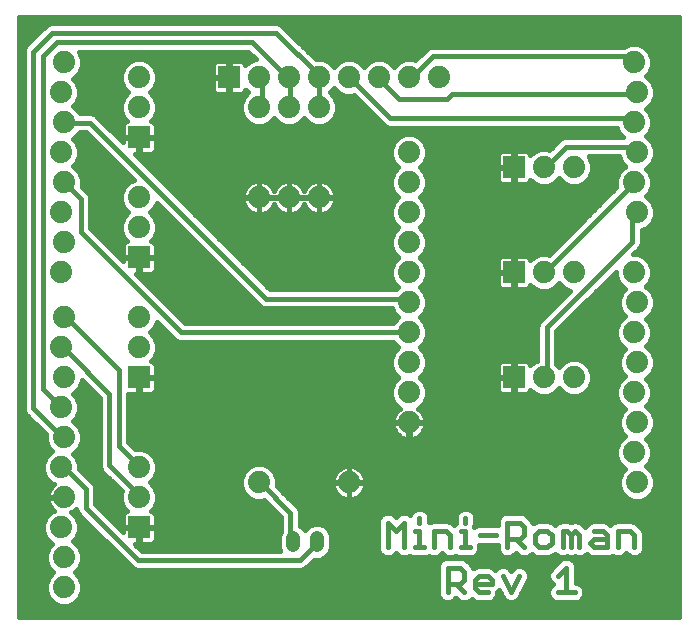
<source format=gtl>
G75*
%MOIN*%
%OFA0B0*%
%FSLAX25Y25*%
%IPPOS*%
%LPD*%
%AMOC8*
5,1,8,0,0,1.08239X$1,22.5*
%
%ADD10C,0.00000*%
%ADD11C,0.01700*%
%ADD12R,0.07400X0.07400*%
%ADD13C,0.07400*%
%ADD14C,0.04724*%
%ADD15C,0.01600*%
%ADD16C,0.05362*%
D10*
X0019428Y0035000D02*
X0019428Y0234961D01*
X0238129Y0234961D01*
X0238129Y0035000D01*
X0019428Y0035000D01*
D11*
X0142308Y0058350D02*
X0142308Y0066657D01*
X0145077Y0063888D01*
X0147846Y0066657D01*
X0147846Y0058350D01*
X0151516Y0058350D02*
X0154285Y0058350D01*
X0152901Y0058350D02*
X0152901Y0063888D01*
X0151516Y0063888D01*
X0152901Y0066657D02*
X0152901Y0068042D01*
X0157655Y0063888D02*
X0161808Y0063888D01*
X0163193Y0062504D01*
X0163193Y0058350D01*
X0166863Y0058350D02*
X0169632Y0058350D01*
X0168247Y0058350D02*
X0168247Y0063888D01*
X0166863Y0063888D01*
X0168247Y0066657D02*
X0168247Y0068042D01*
X0173001Y0062504D02*
X0178539Y0062504D01*
X0182209Y0061119D02*
X0186363Y0061119D01*
X0187747Y0062504D01*
X0187747Y0065273D01*
X0186363Y0066657D01*
X0182209Y0066657D01*
X0182209Y0058350D01*
X0184978Y0061119D02*
X0187747Y0058350D01*
X0191417Y0059735D02*
X0192802Y0058350D01*
X0195571Y0058350D01*
X0196955Y0059735D01*
X0196955Y0062504D01*
X0195571Y0063888D01*
X0192802Y0063888D01*
X0191417Y0062504D01*
X0191417Y0059735D01*
X0200625Y0058350D02*
X0200625Y0063888D01*
X0202009Y0063888D01*
X0203394Y0062504D01*
X0204778Y0063888D01*
X0206163Y0062504D01*
X0206163Y0058350D01*
X0203394Y0058350D02*
X0203394Y0062504D01*
X0209833Y0059735D02*
X0211217Y0061119D01*
X0215371Y0061119D01*
X0215371Y0062504D02*
X0215371Y0058350D01*
X0211217Y0058350D01*
X0209833Y0059735D01*
X0211217Y0063888D02*
X0213986Y0063888D01*
X0215371Y0062504D01*
X0219041Y0063888D02*
X0219041Y0058350D01*
X0219041Y0063888D02*
X0223194Y0063888D01*
X0224579Y0062504D01*
X0224579Y0058350D01*
X0204628Y0043350D02*
X0199090Y0043350D01*
X0201859Y0043350D02*
X0201859Y0051657D01*
X0199090Y0048888D01*
X0186213Y0048888D02*
X0183444Y0043350D01*
X0180675Y0048888D01*
X0177005Y0047504D02*
X0177005Y0046119D01*
X0171467Y0046119D01*
X0171467Y0044735D02*
X0171467Y0047504D01*
X0172851Y0048888D01*
X0175620Y0048888D01*
X0177005Y0047504D01*
X0175620Y0043350D02*
X0172851Y0043350D01*
X0171467Y0044735D01*
X0167797Y0043350D02*
X0165028Y0046119D01*
X0166412Y0046119D02*
X0162259Y0046119D01*
X0162259Y0043350D02*
X0162259Y0051657D01*
X0166412Y0051657D01*
X0167797Y0050273D01*
X0167797Y0047504D01*
X0166412Y0046119D01*
X0157655Y0058350D02*
X0157655Y0063888D01*
D12*
X0184428Y0115000D03*
X0184428Y0150000D03*
X0184428Y0185000D03*
X0089428Y0215000D03*
X0059428Y0195000D03*
X0059428Y0155000D03*
X0059428Y0115000D03*
X0059428Y0065000D03*
D13*
X0059428Y0075000D03*
X0059428Y0085000D03*
X0034428Y0075000D03*
X0033428Y0065000D03*
X0034428Y0055000D03*
X0034428Y0045000D03*
X0033428Y0085000D03*
X0034428Y0095000D03*
X0033428Y0105000D03*
X0034428Y0115000D03*
X0033428Y0125000D03*
X0034428Y0135000D03*
X0033428Y0150000D03*
X0034428Y0160000D03*
X0033428Y0170000D03*
X0034428Y0180000D03*
X0033428Y0190000D03*
X0034428Y0200000D03*
X0033428Y0210000D03*
X0034428Y0220000D03*
X0059428Y0215000D03*
X0059428Y0205000D03*
X0059428Y0175000D03*
X0059428Y0165000D03*
X0059428Y0135000D03*
X0059428Y0125000D03*
X0099428Y0080000D03*
X0129428Y0080000D03*
X0149428Y0100000D03*
X0149428Y0110000D03*
X0149428Y0120000D03*
X0149428Y0130000D03*
X0149428Y0140000D03*
X0149428Y0150000D03*
X0149428Y0160000D03*
X0149428Y0170000D03*
X0149428Y0180000D03*
X0149428Y0190000D03*
X0149428Y0215000D03*
X0139428Y0215000D03*
X0129428Y0215000D03*
X0119428Y0215000D03*
X0109428Y0215000D03*
X0099428Y0215000D03*
X0099428Y0205000D03*
X0109428Y0205000D03*
X0119428Y0205000D03*
X0119428Y0175000D03*
X0109428Y0175000D03*
X0099428Y0175000D03*
X0159428Y0215000D03*
X0194428Y0185000D03*
X0204428Y0185000D03*
X0224428Y0180000D03*
X0225428Y0190000D03*
X0224428Y0200000D03*
X0225428Y0210000D03*
X0224428Y0220000D03*
X0225428Y0170000D03*
X0224428Y0150000D03*
X0225428Y0140000D03*
X0224428Y0130000D03*
X0225428Y0120000D03*
X0224428Y0110000D03*
X0225428Y0100000D03*
X0224428Y0090000D03*
X0225428Y0080000D03*
X0204428Y0115000D03*
X0194428Y0115000D03*
X0194428Y0150000D03*
X0204428Y0150000D03*
D14*
X0118661Y0061368D02*
X0118661Y0059006D01*
X0110787Y0059006D02*
X0110787Y0061368D01*
D15*
X0019428Y0035000D02*
X0239428Y0035000D01*
X0019428Y0035000D01*
X0019428Y0235000D01*
X0239428Y0235000D01*
X0239428Y0035000D01*
X0239428Y0036599D02*
X0019428Y0036599D01*
X0019428Y0038197D02*
X0239428Y0038197D01*
X0239428Y0039796D02*
X0037725Y0039796D01*
X0037867Y0039854D02*
X0039574Y0041562D01*
X0040498Y0043793D01*
X0040498Y0046207D01*
X0039574Y0048438D01*
X0038013Y0050000D01*
X0039574Y0051562D01*
X0040498Y0053793D01*
X0040498Y0056207D01*
X0039574Y0058438D01*
X0037867Y0060146D01*
X0037366Y0060353D01*
X0038574Y0061562D01*
X0039498Y0063793D01*
X0039498Y0066207D01*
X0038574Y0068438D01*
X0036917Y0070095D01*
X0037311Y0070296D01*
X0038011Y0070805D01*
X0038448Y0071242D01*
X0038448Y0070824D01*
X0038931Y0069659D01*
X0039823Y0068768D01*
X0057258Y0051333D01*
X0058423Y0050850D01*
X0113574Y0050850D01*
X0114739Y0051333D01*
X0115631Y0052224D01*
X0117692Y0054285D01*
X0117719Y0054274D01*
X0119602Y0054274D01*
X0121341Y0054994D01*
X0122673Y0056325D01*
X0123393Y0058065D01*
X0123393Y0062309D01*
X0122673Y0064049D01*
X0121341Y0065380D01*
X0119602Y0066100D01*
X0117719Y0066100D01*
X0115980Y0065380D01*
X0114724Y0064123D01*
X0113467Y0065380D01*
X0112944Y0065597D01*
X0112944Y0070501D01*
X0112461Y0071666D01*
X0105450Y0078676D01*
X0105498Y0078793D01*
X0105498Y0081207D01*
X0104574Y0083438D01*
X0102867Y0085146D01*
X0100636Y0086070D01*
X0098221Y0086070D01*
X0095990Y0085146D01*
X0094283Y0083438D01*
X0093358Y0081207D01*
X0093358Y0078793D01*
X0094283Y0076562D01*
X0095990Y0074854D01*
X0098221Y0073930D01*
X0100636Y0073930D01*
X0101056Y0074104D01*
X0106604Y0068557D01*
X0106604Y0063635D01*
X0106055Y0062309D01*
X0106055Y0058065D01*
X0106417Y0057190D01*
X0060367Y0057190D01*
X0058057Y0059500D01*
X0059228Y0059500D01*
X0059228Y0064800D01*
X0053928Y0064800D01*
X0053928Y0063628D01*
X0044788Y0072768D01*
X0044788Y0078426D01*
X0044306Y0079591D01*
X0039498Y0084398D01*
X0039498Y0086207D01*
X0038574Y0088438D01*
X0037366Y0089647D01*
X0037867Y0089854D01*
X0039574Y0091562D01*
X0040498Y0093793D01*
X0040498Y0096207D01*
X0039574Y0098438D01*
X0037867Y0100146D01*
X0037366Y0100353D01*
X0038574Y0101562D01*
X0039498Y0103793D01*
X0039498Y0106207D01*
X0038574Y0108438D01*
X0037366Y0109647D01*
X0037867Y0109854D01*
X0039574Y0111562D01*
X0040498Y0113793D01*
X0040498Y0114057D01*
X0046374Y0108182D01*
X0046374Y0085090D01*
X0046856Y0083924D01*
X0053714Y0077066D01*
X0053358Y0076207D01*
X0053358Y0073793D01*
X0054283Y0071562D01*
X0055375Y0070469D01*
X0055034Y0070377D01*
X0054623Y0070140D01*
X0054288Y0069805D01*
X0054051Y0069395D01*
X0053928Y0068937D01*
X0053928Y0065200D01*
X0059228Y0065200D01*
X0059228Y0064800D01*
X0059628Y0064800D01*
X0059628Y0059500D01*
X0063365Y0059500D01*
X0063823Y0059623D01*
X0064234Y0059860D01*
X0064569Y0060195D01*
X0064806Y0060605D01*
X0064928Y0061063D01*
X0064928Y0064800D01*
X0059629Y0064800D01*
X0059629Y0065200D01*
X0064928Y0065200D01*
X0064928Y0068937D01*
X0064806Y0069395D01*
X0064569Y0069805D01*
X0064234Y0070140D01*
X0063823Y0070377D01*
X0063482Y0070469D01*
X0064574Y0071562D01*
X0065498Y0073793D01*
X0065498Y0076207D01*
X0064574Y0078438D01*
X0063013Y0080000D01*
X0064574Y0081562D01*
X0065498Y0083793D01*
X0065498Y0086207D01*
X0064574Y0088438D01*
X0062867Y0090146D01*
X0060636Y0091070D01*
X0058221Y0091070D01*
X0058197Y0091060D01*
X0055884Y0093373D01*
X0055884Y0109500D01*
X0059228Y0109500D01*
X0059228Y0114800D01*
X0059628Y0114800D01*
X0059628Y0109500D01*
X0063365Y0109500D01*
X0063823Y0109623D01*
X0064234Y0109860D01*
X0064569Y0110195D01*
X0064806Y0110605D01*
X0064928Y0111063D01*
X0064928Y0114800D01*
X0059629Y0114800D01*
X0059629Y0115200D01*
X0064928Y0115200D01*
X0064928Y0118937D01*
X0064806Y0119395D01*
X0064569Y0119805D01*
X0064234Y0120140D01*
X0063823Y0120377D01*
X0063482Y0120469D01*
X0064574Y0121562D01*
X0065498Y0123793D01*
X0065498Y0126207D01*
X0064574Y0128438D01*
X0063013Y0130000D01*
X0064574Y0131562D01*
X0065394Y0133541D01*
X0071523Y0127413D01*
X0072688Y0126930D01*
X0144130Y0126930D01*
X0144283Y0126562D01*
X0145844Y0125000D01*
X0144283Y0123438D01*
X0143358Y0121207D01*
X0143358Y0118793D01*
X0144283Y0116562D01*
X0145844Y0115000D01*
X0144283Y0113438D01*
X0143358Y0111207D01*
X0143358Y0108793D01*
X0144283Y0106562D01*
X0145990Y0104854D01*
X0146476Y0104653D01*
X0145845Y0104195D01*
X0145233Y0103583D01*
X0144724Y0102883D01*
X0144331Y0102111D01*
X0144064Y0101288D01*
X0143928Y0100433D01*
X0143928Y0100200D01*
X0149228Y0100200D01*
X0149228Y0099800D01*
X0143928Y0099800D01*
X0143928Y0099567D01*
X0144064Y0098712D01*
X0144331Y0097889D01*
X0144724Y0097117D01*
X0145233Y0096417D01*
X0145845Y0095805D01*
X0146546Y0095296D01*
X0147317Y0094903D01*
X0148141Y0094635D01*
X0148996Y0094500D01*
X0149228Y0094500D01*
X0149228Y0099800D01*
X0149628Y0099800D01*
X0149628Y0094500D01*
X0149861Y0094500D01*
X0150716Y0094635D01*
X0151540Y0094903D01*
X0152311Y0095296D01*
X0153011Y0095805D01*
X0153624Y0096417D01*
X0154132Y0097117D01*
X0154526Y0097889D01*
X0154793Y0098712D01*
X0154928Y0099567D01*
X0154928Y0099800D01*
X0149629Y0099800D01*
X0149629Y0100200D01*
X0154928Y0100200D01*
X0154928Y0100433D01*
X0154793Y0101288D01*
X0154526Y0102111D01*
X0154132Y0102883D01*
X0153624Y0103583D01*
X0153011Y0104195D01*
X0152381Y0104653D01*
X0152867Y0104854D01*
X0154574Y0106562D01*
X0155498Y0108793D01*
X0155498Y0111207D01*
X0154574Y0113438D01*
X0153013Y0115000D01*
X0154574Y0116562D01*
X0155498Y0118793D01*
X0155498Y0121207D01*
X0154574Y0123438D01*
X0153013Y0125000D01*
X0154574Y0126562D01*
X0155498Y0128793D01*
X0155498Y0131207D01*
X0154574Y0133438D01*
X0153013Y0135000D01*
X0154574Y0136562D01*
X0155498Y0138793D01*
X0155498Y0141207D01*
X0154574Y0143438D01*
X0153013Y0145000D01*
X0154574Y0146562D01*
X0155498Y0148793D01*
X0155498Y0151207D01*
X0154574Y0153438D01*
X0153013Y0155000D01*
X0154574Y0156562D01*
X0155498Y0158793D01*
X0155498Y0161207D01*
X0154574Y0163438D01*
X0153013Y0165000D01*
X0154574Y0166562D01*
X0155498Y0168793D01*
X0155498Y0171207D01*
X0154574Y0173438D01*
X0153013Y0175000D01*
X0154574Y0176562D01*
X0155498Y0178793D01*
X0155498Y0181207D01*
X0154574Y0183438D01*
X0153013Y0185000D01*
X0154574Y0186562D01*
X0155498Y0188793D01*
X0155498Y0191207D01*
X0154574Y0193438D01*
X0152867Y0195146D01*
X0150636Y0196070D01*
X0148221Y0196070D01*
X0145990Y0195146D01*
X0144283Y0193438D01*
X0143358Y0191207D01*
X0143358Y0188793D01*
X0144283Y0186562D01*
X0145844Y0185000D01*
X0144283Y0183438D01*
X0143358Y0181207D01*
X0143358Y0178793D01*
X0144283Y0176562D01*
X0145844Y0175000D01*
X0144283Y0173438D01*
X0143358Y0171207D01*
X0143358Y0168793D01*
X0144283Y0166562D01*
X0145844Y0165000D01*
X0144283Y0163438D01*
X0143358Y0161207D01*
X0143358Y0158793D01*
X0144283Y0156562D01*
X0145844Y0155000D01*
X0144283Y0153438D01*
X0143358Y0151207D01*
X0143358Y0148793D01*
X0144283Y0146562D01*
X0145844Y0145000D01*
X0145209Y0144365D01*
X0103162Y0144365D01*
X0058027Y0189500D01*
X0059228Y0189500D01*
X0059228Y0194800D01*
X0053928Y0194800D01*
X0053928Y0193598D01*
X0045891Y0201636D01*
X0044999Y0202528D01*
X0043834Y0203010D01*
X0039752Y0203010D01*
X0039574Y0203438D01*
X0037867Y0205146D01*
X0037366Y0205353D01*
X0038574Y0206562D01*
X0039498Y0208793D01*
X0039498Y0211207D01*
X0038574Y0213438D01*
X0037366Y0214647D01*
X0037867Y0214854D01*
X0039574Y0216562D01*
X0040498Y0218793D01*
X0040498Y0221207D01*
X0039574Y0223438D01*
X0039397Y0223615D01*
X0095781Y0223615D01*
X0098326Y0221070D01*
X0098221Y0221070D01*
X0095990Y0220146D01*
X0094897Y0219053D01*
X0094806Y0219395D01*
X0094569Y0219805D01*
X0094234Y0220140D01*
X0093823Y0220377D01*
X0093365Y0220500D01*
X0089628Y0220500D01*
X0089628Y0215200D01*
X0089228Y0215200D01*
X0089228Y0214800D01*
X0083928Y0214800D01*
X0083928Y0211063D01*
X0084051Y0210605D01*
X0084288Y0210195D01*
X0084623Y0209860D01*
X0085034Y0209623D01*
X0085491Y0209500D01*
X0089228Y0209500D01*
X0089228Y0214800D01*
X0089628Y0214800D01*
X0089628Y0209500D01*
X0093365Y0209500D01*
X0093823Y0209623D01*
X0094234Y0209860D01*
X0094569Y0210195D01*
X0094806Y0210605D01*
X0094897Y0210947D01*
X0095844Y0210000D01*
X0094283Y0208438D01*
X0093358Y0206207D01*
X0093358Y0203793D01*
X0094283Y0201562D01*
X0095990Y0199854D01*
X0098221Y0198930D01*
X0100636Y0198930D01*
X0102867Y0199854D01*
X0104428Y0201416D01*
X0105990Y0199854D01*
X0108221Y0198930D01*
X0110636Y0198930D01*
X0112867Y0199854D01*
X0114428Y0201416D01*
X0115990Y0199854D01*
X0118221Y0198930D01*
X0120636Y0198930D01*
X0122867Y0199854D01*
X0124574Y0201562D01*
X0125498Y0203793D01*
X0125498Y0206207D01*
X0124574Y0208438D01*
X0123013Y0210000D01*
X0124428Y0211416D01*
X0125990Y0209854D01*
X0128221Y0208930D01*
X0130636Y0208930D01*
X0130943Y0209057D01*
X0141263Y0198738D01*
X0142428Y0198255D01*
X0218581Y0198255D01*
X0219283Y0196562D01*
X0220759Y0195085D01*
X0201073Y0195085D01*
X0199908Y0194603D01*
X0199016Y0193711D01*
X0196159Y0190853D01*
X0195636Y0191070D01*
X0193221Y0191070D01*
X0190990Y0190146D01*
X0189897Y0189053D01*
X0189806Y0189395D01*
X0189569Y0189805D01*
X0189234Y0190140D01*
X0188823Y0190377D01*
X0188365Y0190500D01*
X0184628Y0190500D01*
X0184628Y0185200D01*
X0184228Y0185200D01*
X0184228Y0184800D01*
X0178928Y0184800D01*
X0178928Y0181063D01*
X0179051Y0180605D01*
X0179288Y0180195D01*
X0179623Y0179860D01*
X0180034Y0179623D01*
X0180491Y0179500D01*
X0184228Y0179500D01*
X0184228Y0184800D01*
X0184628Y0184800D01*
X0184628Y0179500D01*
X0188365Y0179500D01*
X0188823Y0179623D01*
X0189234Y0179860D01*
X0189569Y0180195D01*
X0189806Y0180605D01*
X0189897Y0180947D01*
X0190990Y0179854D01*
X0193221Y0178930D01*
X0195636Y0178930D01*
X0197867Y0179854D01*
X0199428Y0181416D01*
X0200990Y0179854D01*
X0203221Y0178930D01*
X0205636Y0178930D01*
X0207867Y0179854D01*
X0209574Y0181562D01*
X0210498Y0183793D01*
X0210498Y0186207D01*
X0209574Y0188438D01*
X0209267Y0188745D01*
X0219378Y0188745D01*
X0220283Y0186562D01*
X0221491Y0185353D01*
X0220990Y0185146D01*
X0219283Y0183438D01*
X0218358Y0181207D01*
X0218358Y0178793D01*
X0218537Y0178362D01*
X0196067Y0155891D01*
X0195636Y0156070D01*
X0193221Y0156070D01*
X0190990Y0155146D01*
X0189897Y0154053D01*
X0189806Y0154395D01*
X0189569Y0154805D01*
X0189234Y0155140D01*
X0188823Y0155377D01*
X0188365Y0155500D01*
X0184628Y0155500D01*
X0184628Y0150200D01*
X0184228Y0150200D01*
X0184228Y0149800D01*
X0178928Y0149800D01*
X0178928Y0146063D01*
X0179051Y0145605D01*
X0179288Y0145195D01*
X0179623Y0144860D01*
X0180034Y0144623D01*
X0180491Y0144500D01*
X0184228Y0144500D01*
X0184228Y0149800D01*
X0184628Y0149800D01*
X0184628Y0144500D01*
X0188365Y0144500D01*
X0188823Y0144623D01*
X0189234Y0144860D01*
X0189569Y0145195D01*
X0189806Y0145605D01*
X0189897Y0145947D01*
X0190990Y0144854D01*
X0193221Y0143930D01*
X0195636Y0143930D01*
X0197867Y0144854D01*
X0199428Y0146416D01*
X0200990Y0144854D01*
X0203154Y0143958D01*
X0192676Y0133481D01*
X0192194Y0132316D01*
X0192194Y0120644D01*
X0190990Y0120146D01*
X0189897Y0119053D01*
X0189806Y0119395D01*
X0189569Y0119805D01*
X0189234Y0120140D01*
X0188823Y0120377D01*
X0188365Y0120500D01*
X0184628Y0120500D01*
X0184628Y0115200D01*
X0184228Y0115200D01*
X0184228Y0114800D01*
X0178928Y0114800D01*
X0178928Y0111063D01*
X0179051Y0110605D01*
X0179288Y0110195D01*
X0179623Y0109860D01*
X0180034Y0109623D01*
X0180491Y0109500D01*
X0184228Y0109500D01*
X0184228Y0114800D01*
X0184628Y0114800D01*
X0184628Y0109500D01*
X0188365Y0109500D01*
X0188823Y0109623D01*
X0189234Y0109860D01*
X0189569Y0110195D01*
X0189806Y0110605D01*
X0189897Y0110947D01*
X0190990Y0109854D01*
X0193221Y0108930D01*
X0195636Y0108930D01*
X0197867Y0109854D01*
X0199428Y0111416D01*
X0200990Y0109854D01*
X0203221Y0108930D01*
X0205636Y0108930D01*
X0207867Y0109854D01*
X0209574Y0111562D01*
X0210498Y0113793D01*
X0210498Y0116207D01*
X0209574Y0118438D01*
X0207867Y0120146D01*
X0205636Y0121070D01*
X0203221Y0121070D01*
X0200990Y0120146D01*
X0199428Y0118584D01*
X0198534Y0119479D01*
X0198534Y0130372D01*
X0218358Y0150197D01*
X0218358Y0148793D01*
X0219283Y0146562D01*
X0220990Y0144854D01*
X0221491Y0144647D01*
X0220283Y0143438D01*
X0219358Y0141207D01*
X0219358Y0138793D01*
X0220283Y0136562D01*
X0221491Y0135353D01*
X0220990Y0135146D01*
X0219283Y0133438D01*
X0218358Y0131207D01*
X0218358Y0128793D01*
X0219283Y0126562D01*
X0220990Y0124854D01*
X0221491Y0124647D01*
X0220283Y0123438D01*
X0219358Y0121207D01*
X0219358Y0118793D01*
X0220283Y0116562D01*
X0221491Y0115353D01*
X0220990Y0115146D01*
X0219283Y0113438D01*
X0218358Y0111207D01*
X0218358Y0108793D01*
X0219283Y0106562D01*
X0220990Y0104854D01*
X0221491Y0104647D01*
X0220283Y0103438D01*
X0219358Y0101207D01*
X0219358Y0098793D01*
X0220283Y0096562D01*
X0221491Y0095353D01*
X0220990Y0095146D01*
X0219283Y0093438D01*
X0218358Y0091207D01*
X0218358Y0088793D01*
X0219283Y0086562D01*
X0220990Y0084854D01*
X0221491Y0084647D01*
X0220283Y0083438D01*
X0219358Y0081207D01*
X0219358Y0078793D01*
X0220283Y0076562D01*
X0221990Y0074854D01*
X0224221Y0073930D01*
X0226636Y0073930D01*
X0228867Y0074854D01*
X0230574Y0076562D01*
X0231498Y0078793D01*
X0231498Y0081207D01*
X0230574Y0083438D01*
X0228867Y0085146D01*
X0228366Y0085353D01*
X0229574Y0086562D01*
X0230498Y0088793D01*
X0230498Y0091207D01*
X0229574Y0093438D01*
X0228366Y0094647D01*
X0228867Y0094854D01*
X0230574Y0096562D01*
X0231498Y0098793D01*
X0231498Y0101207D01*
X0230574Y0103438D01*
X0228867Y0105146D01*
X0228366Y0105353D01*
X0229574Y0106562D01*
X0230498Y0108793D01*
X0230498Y0111207D01*
X0229574Y0113438D01*
X0228366Y0114647D01*
X0228867Y0114854D01*
X0230574Y0116562D01*
X0231498Y0118793D01*
X0231498Y0121207D01*
X0230574Y0123438D01*
X0228867Y0125146D01*
X0228366Y0125353D01*
X0229574Y0126562D01*
X0230498Y0128793D01*
X0230498Y0131207D01*
X0229574Y0133438D01*
X0228366Y0134647D01*
X0228867Y0134854D01*
X0230574Y0136562D01*
X0231498Y0138793D01*
X0231498Y0141207D01*
X0230574Y0143438D01*
X0228867Y0145146D01*
X0228366Y0145353D01*
X0229574Y0146562D01*
X0230498Y0148793D01*
X0230498Y0151207D01*
X0229574Y0153438D01*
X0227867Y0155146D01*
X0225636Y0156070D01*
X0224232Y0156070D01*
X0225689Y0157528D01*
X0226581Y0158420D01*
X0227064Y0159585D01*
X0227064Y0164107D01*
X0228867Y0164854D01*
X0230574Y0166562D01*
X0231498Y0168793D01*
X0231498Y0171207D01*
X0230574Y0173438D01*
X0228867Y0175146D01*
X0228366Y0175353D01*
X0229574Y0176562D01*
X0230498Y0178793D01*
X0230498Y0181207D01*
X0229574Y0183438D01*
X0228366Y0184647D01*
X0228867Y0184854D01*
X0230574Y0186562D01*
X0231498Y0188793D01*
X0231498Y0191207D01*
X0230574Y0193438D01*
X0228867Y0195146D01*
X0228366Y0195353D01*
X0229574Y0196562D01*
X0230498Y0198793D01*
X0230498Y0201207D01*
X0229574Y0203438D01*
X0228366Y0204647D01*
X0228867Y0204854D01*
X0230574Y0206562D01*
X0231498Y0208793D01*
X0231498Y0211207D01*
X0230574Y0213438D01*
X0228867Y0215146D01*
X0228366Y0215353D01*
X0229574Y0216562D01*
X0230498Y0218793D01*
X0230498Y0221207D01*
X0229574Y0223438D01*
X0227867Y0225146D01*
X0225636Y0226070D01*
X0223221Y0226070D01*
X0221121Y0225200D01*
X0156693Y0225200D01*
X0155528Y0224718D01*
X0154636Y0223826D01*
X0151516Y0220705D01*
X0150636Y0221070D01*
X0148221Y0221070D01*
X0145990Y0220146D01*
X0144428Y0218584D01*
X0142867Y0220146D01*
X0140636Y0221070D01*
X0138221Y0221070D01*
X0135990Y0220146D01*
X0134428Y0218584D01*
X0132867Y0220146D01*
X0130636Y0221070D01*
X0128221Y0221070D01*
X0125990Y0220146D01*
X0124428Y0218584D01*
X0122867Y0220146D01*
X0120636Y0221070D01*
X0118387Y0221070D01*
X0106814Y0232643D01*
X0105649Y0233125D01*
X0029893Y0233125D01*
X0028728Y0232643D01*
X0027836Y0231751D01*
X0027836Y0231751D01*
X0021496Y0225411D01*
X0021013Y0224246D01*
X0021013Y0104110D01*
X0021496Y0102944D01*
X0028358Y0096082D01*
X0028358Y0093793D01*
X0029283Y0091562D01*
X0030491Y0090353D01*
X0029990Y0090146D01*
X0028283Y0088438D01*
X0027358Y0086207D01*
X0027358Y0083793D01*
X0028283Y0081562D01*
X0029990Y0079854D01*
X0031113Y0079389D01*
X0030845Y0079195D01*
X0030233Y0078583D01*
X0029724Y0077883D01*
X0029331Y0077111D01*
X0029064Y0076288D01*
X0028928Y0075433D01*
X0028928Y0075200D01*
X0034228Y0075200D01*
X0034228Y0074800D01*
X0028928Y0074800D01*
X0028928Y0074567D01*
X0029064Y0073712D01*
X0029331Y0072889D01*
X0029724Y0072117D01*
X0030233Y0071417D01*
X0030845Y0070805D01*
X0031113Y0070611D01*
X0029990Y0070146D01*
X0028283Y0068438D01*
X0027358Y0066207D01*
X0027358Y0063793D01*
X0028283Y0061562D01*
X0029990Y0059854D01*
X0030491Y0059647D01*
X0029283Y0058438D01*
X0028358Y0056207D01*
X0028358Y0053793D01*
X0029283Y0051562D01*
X0030844Y0050000D01*
X0029283Y0048438D01*
X0028358Y0046207D01*
X0028358Y0043793D01*
X0029283Y0041562D01*
X0030990Y0039854D01*
X0033221Y0038930D01*
X0035636Y0038930D01*
X0037867Y0039854D01*
X0039407Y0041394D02*
X0159661Y0041394D01*
X0159529Y0041526D02*
X0160435Y0040620D01*
X0161618Y0040130D01*
X0162899Y0040130D01*
X0164083Y0040620D01*
X0164989Y0041526D01*
X0165012Y0041582D01*
X0165973Y0040620D01*
X0167156Y0040130D01*
X0168437Y0040130D01*
X0169621Y0040620D01*
X0170324Y0041323D01*
X0171027Y0040620D01*
X0172211Y0040130D01*
X0176261Y0040130D01*
X0177444Y0040620D01*
X0178350Y0041526D01*
X0178840Y0042709D01*
X0178840Y0043401D01*
X0179492Y0044053D01*
X0180461Y0042115D01*
X0180591Y0041724D01*
X0180745Y0041547D01*
X0180850Y0041337D01*
X0181161Y0041067D01*
X0181431Y0040756D01*
X0181640Y0040651D01*
X0181818Y0040498D01*
X0182208Y0040368D01*
X0182576Y0040184D01*
X0182810Y0040167D01*
X0183033Y0040093D01*
X0183444Y0040122D01*
X0183854Y0040093D01*
X0184077Y0040167D01*
X0184311Y0040184D01*
X0184679Y0040368D01*
X0185069Y0040498D01*
X0185247Y0040651D01*
X0185456Y0040756D01*
X0185726Y0041067D01*
X0186037Y0041337D01*
X0186142Y0041547D01*
X0186296Y0041724D01*
X0186426Y0042115D01*
X0189379Y0048021D01*
X0189470Y0049299D01*
X0189065Y0050514D01*
X0188225Y0051482D01*
X0187080Y0052055D01*
X0185802Y0052145D01*
X0184587Y0051740D01*
X0183619Y0050901D01*
X0183444Y0050550D01*
X0183268Y0050901D01*
X0182300Y0051740D01*
X0181085Y0052145D01*
X0179807Y0052055D01*
X0178662Y0051482D01*
X0178159Y0050903D01*
X0177444Y0051618D01*
X0176261Y0052108D01*
X0172211Y0052108D01*
X0171027Y0051618D01*
X0170813Y0051404D01*
X0170527Y0052097D01*
X0169621Y0053002D01*
X0168236Y0054387D01*
X0167053Y0054877D01*
X0161618Y0054877D01*
X0160435Y0054387D01*
X0159529Y0053481D01*
X0159039Y0052298D01*
X0159039Y0045479D01*
X0159039Y0042709D01*
X0159529Y0041526D01*
X0159039Y0042993D02*
X0040167Y0042993D01*
X0040498Y0044591D02*
X0159039Y0044591D01*
X0159039Y0046190D02*
X0040498Y0046190D01*
X0039844Y0047788D02*
X0159039Y0047788D01*
X0159039Y0049387D02*
X0038626Y0049387D01*
X0038998Y0050985D02*
X0058097Y0050985D01*
X0056007Y0052584D02*
X0039998Y0052584D01*
X0040498Y0054182D02*
X0054408Y0054182D01*
X0052810Y0055781D02*
X0040498Y0055781D01*
X0040013Y0057379D02*
X0051211Y0057379D01*
X0049613Y0058978D02*
X0039035Y0058978D01*
X0037589Y0060576D02*
X0048014Y0060576D01*
X0046416Y0062175D02*
X0038828Y0062175D01*
X0039490Y0063773D02*
X0044817Y0063773D01*
X0043219Y0065372D02*
X0039498Y0065372D01*
X0039182Y0066970D02*
X0041620Y0066970D01*
X0040022Y0068569D02*
X0038444Y0068569D01*
X0038721Y0070167D02*
X0037058Y0070167D01*
X0041619Y0071455D02*
X0041619Y0077795D01*
X0033693Y0085720D01*
X0033428Y0085000D01*
X0029194Y0089349D02*
X0019428Y0089349D01*
X0019428Y0087751D02*
X0027998Y0087751D01*
X0027358Y0086152D02*
X0019428Y0086152D01*
X0019428Y0084554D02*
X0027358Y0084554D01*
X0027705Y0082955D02*
X0019428Y0082955D01*
X0019428Y0081357D02*
X0028487Y0081357D01*
X0030221Y0079758D02*
X0019428Y0079758D01*
X0019428Y0078160D02*
X0029926Y0078160D01*
X0029153Y0076561D02*
X0019428Y0076561D01*
X0019428Y0074963D02*
X0034228Y0074963D01*
X0029177Y0073364D02*
X0019428Y0073364D01*
X0019428Y0071766D02*
X0029980Y0071766D01*
X0030042Y0070167D02*
X0019428Y0070167D01*
X0019428Y0068569D02*
X0028413Y0068569D01*
X0027674Y0066970D02*
X0019428Y0066970D01*
X0019428Y0065372D02*
X0027358Y0065372D01*
X0027366Y0063773D02*
X0019428Y0063773D01*
X0019428Y0062175D02*
X0028029Y0062175D01*
X0029268Y0060576D02*
X0019428Y0060576D01*
X0019428Y0058978D02*
X0029822Y0058978D01*
X0028844Y0057379D02*
X0019428Y0057379D01*
X0019428Y0055781D02*
X0028358Y0055781D01*
X0028358Y0054182D02*
X0019428Y0054182D01*
X0019428Y0052584D02*
X0028859Y0052584D01*
X0029859Y0050985D02*
X0019428Y0050985D01*
X0019428Y0049387D02*
X0030231Y0049387D01*
X0029013Y0047788D02*
X0019428Y0047788D01*
X0019428Y0046190D02*
X0028358Y0046190D01*
X0028358Y0044591D02*
X0019428Y0044591D01*
X0019428Y0042993D02*
X0028690Y0042993D01*
X0029450Y0041394D02*
X0019428Y0041394D01*
X0019428Y0039796D02*
X0031131Y0039796D01*
X0052185Y0065372D02*
X0053928Y0065372D01*
X0053928Y0066970D02*
X0050586Y0066970D01*
X0048988Y0068569D02*
X0053928Y0068569D01*
X0054670Y0070167D02*
X0047389Y0070167D01*
X0045791Y0071766D02*
X0054198Y0071766D01*
X0053536Y0073364D02*
X0044788Y0073364D01*
X0044788Y0074963D02*
X0053358Y0074963D01*
X0053505Y0076561D02*
X0044788Y0076561D01*
X0044788Y0078160D02*
X0052621Y0078160D01*
X0051022Y0079758D02*
X0044138Y0079758D01*
X0042540Y0081357D02*
X0049424Y0081357D01*
X0047825Y0082955D02*
X0040941Y0082955D01*
X0039498Y0084554D02*
X0046595Y0084554D01*
X0046374Y0086152D02*
X0039498Y0086152D01*
X0038859Y0087751D02*
X0046374Y0087751D01*
X0046374Y0089349D02*
X0037663Y0089349D01*
X0038961Y0090948D02*
X0046374Y0090948D01*
X0046374Y0092546D02*
X0039982Y0092546D01*
X0040498Y0094145D02*
X0046374Y0094145D01*
X0046374Y0095743D02*
X0040498Y0095743D01*
X0040029Y0097342D02*
X0046374Y0097342D01*
X0046374Y0098940D02*
X0039072Y0098940D01*
X0037552Y0100539D02*
X0046374Y0100539D01*
X0046374Y0102137D02*
X0038813Y0102137D01*
X0039475Y0103736D02*
X0046374Y0103736D01*
X0046374Y0105334D02*
X0039498Y0105334D01*
X0039198Y0106933D02*
X0046374Y0106933D01*
X0046024Y0108532D02*
X0038481Y0108532D01*
X0038143Y0110130D02*
X0044426Y0110130D01*
X0042827Y0111729D02*
X0039644Y0111729D01*
X0040306Y0113327D02*
X0041229Y0113327D01*
X0049544Y0109495D02*
X0049544Y0085720D01*
X0059054Y0076210D01*
X0059428Y0075000D01*
X0063254Y0079758D02*
X0093358Y0079758D01*
X0093420Y0081357D02*
X0064370Y0081357D01*
X0065152Y0082955D02*
X0094082Y0082955D01*
X0095398Y0084554D02*
X0065498Y0084554D01*
X0065498Y0086152D02*
X0219692Y0086152D01*
X0218790Y0087751D02*
X0064859Y0087751D01*
X0063663Y0089349D02*
X0218358Y0089349D01*
X0218358Y0090948D02*
X0060931Y0090948D01*
X0056710Y0092546D02*
X0218913Y0092546D01*
X0219989Y0094145D02*
X0055884Y0094145D01*
X0055884Y0095743D02*
X0145930Y0095743D01*
X0144610Y0097342D02*
X0055884Y0097342D01*
X0055884Y0098940D02*
X0144028Y0098940D01*
X0143945Y0100539D02*
X0055884Y0100539D01*
X0055884Y0102137D02*
X0144345Y0102137D01*
X0145386Y0103736D02*
X0055884Y0103736D01*
X0055884Y0105334D02*
X0145510Y0105334D01*
X0144129Y0106933D02*
X0055884Y0106933D01*
X0055884Y0108532D02*
X0143467Y0108532D01*
X0143358Y0110130D02*
X0064504Y0110130D01*
X0064928Y0111729D02*
X0143574Y0111729D01*
X0144236Y0113327D02*
X0064928Y0113327D01*
X0064928Y0116524D02*
X0144320Y0116524D01*
X0143636Y0118123D02*
X0064928Y0118123D01*
X0064617Y0119721D02*
X0143358Y0119721D01*
X0143405Y0121320D02*
X0064332Y0121320D01*
X0065136Y0122918D02*
X0144067Y0122918D01*
X0145361Y0124517D02*
X0065498Y0124517D01*
X0065498Y0126115D02*
X0144729Y0126115D01*
X0149428Y0130000D02*
X0149399Y0130100D01*
X0073319Y0130100D01*
X0040034Y0163385D01*
X0040034Y0174480D01*
X0035278Y0179235D01*
X0034428Y0180000D01*
X0040144Y0182063D02*
X0056498Y0182063D01*
X0056759Y0180465D02*
X0040498Y0180465D01*
X0040498Y0181207D02*
X0039574Y0183438D01*
X0037867Y0185146D01*
X0037366Y0185353D01*
X0038574Y0186562D01*
X0039498Y0188793D01*
X0039498Y0191207D01*
X0038574Y0193438D01*
X0037366Y0194647D01*
X0037867Y0194854D01*
X0039574Y0196562D01*
X0039619Y0196670D01*
X0041890Y0196670D01*
X0057705Y0180856D01*
X0055990Y0180146D01*
X0054283Y0178438D01*
X0053358Y0176207D01*
X0053358Y0173793D01*
X0054283Y0171562D01*
X0055844Y0170000D01*
X0054283Y0168438D01*
X0053358Y0166207D01*
X0053358Y0163793D01*
X0054283Y0161562D01*
X0055375Y0160469D01*
X0055034Y0160377D01*
X0054623Y0160140D01*
X0054288Y0159805D01*
X0054051Y0159395D01*
X0053928Y0158937D01*
X0053928Y0155200D01*
X0059228Y0155200D01*
X0059228Y0154800D01*
X0053928Y0154800D01*
X0053928Y0153973D01*
X0043203Y0164698D01*
X0043203Y0175111D01*
X0042721Y0176276D01*
X0040412Y0178584D01*
X0040498Y0178793D01*
X0040498Y0181207D01*
X0040498Y0178866D02*
X0054710Y0178866D01*
X0053798Y0177268D02*
X0041729Y0177268D01*
X0042972Y0175669D02*
X0053358Y0175669D01*
X0053358Y0174070D02*
X0043203Y0174070D01*
X0043203Y0172472D02*
X0053905Y0172472D01*
X0054971Y0170873D02*
X0043203Y0170873D01*
X0043203Y0169275D02*
X0055119Y0169275D01*
X0053967Y0167676D02*
X0043203Y0167676D01*
X0043203Y0166078D02*
X0053358Y0166078D01*
X0053358Y0164479D02*
X0043422Y0164479D01*
X0045021Y0162881D02*
X0053736Y0162881D01*
X0054562Y0161282D02*
X0046619Y0161282D01*
X0048218Y0159684D02*
X0054218Y0159684D01*
X0053928Y0158085D02*
X0049816Y0158085D01*
X0051415Y0156487D02*
X0053928Y0156487D01*
X0053013Y0154888D02*
X0059228Y0154888D01*
X0059228Y0154800D02*
X0059628Y0154800D01*
X0059628Y0149500D01*
X0063365Y0149500D01*
X0063823Y0149623D01*
X0064234Y0149860D01*
X0064569Y0150195D01*
X0064806Y0150605D01*
X0064928Y0151063D01*
X0064928Y0154800D01*
X0059629Y0154800D01*
X0059629Y0155200D01*
X0064928Y0155200D01*
X0064928Y0158937D01*
X0064806Y0159395D01*
X0064569Y0159805D01*
X0064234Y0160140D01*
X0063823Y0160377D01*
X0063482Y0160469D01*
X0064574Y0161562D01*
X0065498Y0163793D01*
X0065498Y0166207D01*
X0064574Y0168438D01*
X0063013Y0170000D01*
X0064574Y0171562D01*
X0065285Y0173276D01*
X0100053Y0138508D01*
X0101218Y0138025D01*
X0102479Y0138025D01*
X0143676Y0138025D01*
X0144283Y0136562D01*
X0145844Y0135000D01*
X0144283Y0133438D01*
X0144213Y0133270D01*
X0074632Y0133270D01*
X0058402Y0149500D01*
X0059228Y0149500D01*
X0059228Y0154800D01*
X0059629Y0154888D02*
X0083672Y0154888D01*
X0082074Y0156487D02*
X0064928Y0156487D01*
X0064928Y0158085D02*
X0080475Y0158085D01*
X0078877Y0159684D02*
X0064639Y0159684D01*
X0064295Y0161282D02*
X0077278Y0161282D01*
X0075680Y0162881D02*
X0065121Y0162881D01*
X0065498Y0164479D02*
X0074081Y0164479D01*
X0072483Y0166078D02*
X0065498Y0166078D01*
X0064890Y0167676D02*
X0070884Y0167676D01*
X0069286Y0169275D02*
X0063738Y0169275D01*
X0063886Y0170873D02*
X0067687Y0170873D01*
X0066089Y0172472D02*
X0064951Y0172472D01*
X0068661Y0178866D02*
X0095516Y0178866D01*
X0095233Y0178583D02*
X0094724Y0177883D01*
X0094331Y0177111D01*
X0094064Y0176288D01*
X0093928Y0175433D01*
X0093928Y0175086D01*
X0099343Y0175086D01*
X0099343Y0180500D01*
X0098996Y0180500D01*
X0098141Y0180365D01*
X0097317Y0180097D01*
X0096546Y0179704D01*
X0095845Y0179195D01*
X0095233Y0178583D01*
X0094411Y0177268D02*
X0070259Y0177268D01*
X0071858Y0175669D02*
X0093966Y0175669D01*
X0093928Y0174914D02*
X0093928Y0174567D01*
X0094064Y0173712D01*
X0094331Y0172889D01*
X0094724Y0172117D01*
X0095233Y0171417D01*
X0095845Y0170805D01*
X0096546Y0170296D01*
X0097317Y0169903D01*
X0098141Y0169635D01*
X0098996Y0169500D01*
X0099343Y0169500D01*
X0099343Y0174914D01*
X0099514Y0174914D01*
X0099514Y0169500D01*
X0099861Y0169500D01*
X0100716Y0169635D01*
X0101540Y0169903D01*
X0102311Y0170296D01*
X0103011Y0170805D01*
X0103624Y0171417D01*
X0104132Y0172117D01*
X0104428Y0172698D01*
X0104724Y0172117D01*
X0105233Y0171417D01*
X0105845Y0170805D01*
X0106546Y0170296D01*
X0107317Y0169903D01*
X0108141Y0169635D01*
X0108996Y0169500D01*
X0109343Y0169500D01*
X0109343Y0174914D01*
X0109514Y0174914D01*
X0109514Y0169500D01*
X0109861Y0169500D01*
X0110716Y0169635D01*
X0111540Y0169903D01*
X0112311Y0170296D01*
X0113011Y0170805D01*
X0113624Y0171417D01*
X0114132Y0172117D01*
X0114428Y0172698D01*
X0114724Y0172117D01*
X0115233Y0171417D01*
X0115845Y0170805D01*
X0116546Y0170296D01*
X0117317Y0169903D01*
X0118141Y0169635D01*
X0118996Y0169500D01*
X0119343Y0169500D01*
X0119343Y0174914D01*
X0119514Y0174914D01*
X0119514Y0169500D01*
X0119861Y0169500D01*
X0120716Y0169635D01*
X0121540Y0169903D01*
X0122311Y0170296D01*
X0123011Y0170805D01*
X0123624Y0171417D01*
X0124132Y0172117D01*
X0124526Y0172889D01*
X0124793Y0173712D01*
X0124928Y0174567D01*
X0124928Y0174914D01*
X0119514Y0174914D01*
X0119514Y0175086D01*
X0119343Y0175086D01*
X0119343Y0180500D01*
X0118996Y0180500D01*
X0118141Y0180365D01*
X0117317Y0180097D01*
X0116546Y0179704D01*
X0115845Y0179195D01*
X0115233Y0178583D01*
X0114724Y0177883D01*
X0114428Y0177302D01*
X0114132Y0177883D01*
X0113624Y0178583D01*
X0113011Y0179195D01*
X0112311Y0179704D01*
X0111540Y0180097D01*
X0110716Y0180365D01*
X0109861Y0180500D01*
X0109514Y0180500D01*
X0109514Y0175086D01*
X0109343Y0175086D01*
X0109343Y0180500D01*
X0108996Y0180500D01*
X0108141Y0180365D01*
X0107317Y0180097D01*
X0106546Y0179704D01*
X0105845Y0179195D01*
X0105233Y0178583D01*
X0104724Y0177883D01*
X0104428Y0177302D01*
X0104132Y0177883D01*
X0103624Y0178583D01*
X0103011Y0179195D01*
X0102311Y0179704D01*
X0101540Y0180097D01*
X0100716Y0180365D01*
X0099861Y0180500D01*
X0099514Y0180500D01*
X0099514Y0175086D01*
X0099343Y0175086D01*
X0099343Y0174914D01*
X0093928Y0174914D01*
X0094007Y0174070D02*
X0073456Y0174070D01*
X0075055Y0172472D02*
X0094544Y0172472D01*
X0095777Y0170873D02*
X0076653Y0170873D01*
X0078252Y0169275D02*
X0143358Y0169275D01*
X0143358Y0170873D02*
X0123080Y0170873D01*
X0124313Y0172472D02*
X0143882Y0172472D01*
X0144915Y0174070D02*
X0124850Y0174070D01*
X0124928Y0175086D02*
X0124928Y0175433D01*
X0124793Y0176288D01*
X0124526Y0177111D01*
X0124132Y0177883D01*
X0123624Y0178583D01*
X0123011Y0179195D01*
X0122311Y0179704D01*
X0121540Y0180097D01*
X0120716Y0180365D01*
X0119861Y0180500D01*
X0119514Y0180500D01*
X0119514Y0175086D01*
X0124928Y0175086D01*
X0124891Y0175669D02*
X0145175Y0175669D01*
X0143990Y0177268D02*
X0124446Y0177268D01*
X0123341Y0178866D02*
X0143358Y0178866D01*
X0143358Y0180465D02*
X0120085Y0180465D01*
X0119514Y0180465D02*
X0119343Y0180465D01*
X0118772Y0180465D02*
X0110085Y0180465D01*
X0109514Y0180465D02*
X0109343Y0180465D01*
X0108772Y0180465D02*
X0100085Y0180465D01*
X0099514Y0180465D02*
X0099343Y0180465D01*
X0098772Y0180465D02*
X0067062Y0180465D01*
X0065464Y0182063D02*
X0143713Y0182063D01*
X0144506Y0183662D02*
X0063865Y0183662D01*
X0062267Y0185260D02*
X0145584Y0185260D01*
X0144160Y0186859D02*
X0060668Y0186859D01*
X0059070Y0188457D02*
X0143497Y0188457D01*
X0143358Y0190056D02*
X0064430Y0190056D01*
X0064569Y0190195D02*
X0064806Y0190605D01*
X0064928Y0191063D01*
X0064928Y0194800D01*
X0059629Y0194800D01*
X0059629Y0195200D01*
X0064928Y0195200D01*
X0064928Y0198937D01*
X0064806Y0199395D01*
X0064569Y0199805D01*
X0064234Y0200140D01*
X0063823Y0200377D01*
X0063482Y0200469D01*
X0064574Y0201562D01*
X0065498Y0203793D01*
X0065498Y0206207D01*
X0064574Y0208438D01*
X0063013Y0210000D01*
X0064574Y0211562D01*
X0065498Y0213793D01*
X0065498Y0216207D01*
X0064574Y0218438D01*
X0062867Y0220146D01*
X0060636Y0221070D01*
X0058221Y0221070D01*
X0055990Y0220146D01*
X0054283Y0218438D01*
X0053358Y0216207D01*
X0053358Y0213793D01*
X0054283Y0211562D01*
X0055844Y0210000D01*
X0054283Y0208438D01*
X0053358Y0206207D01*
X0053358Y0203793D01*
X0054283Y0201562D01*
X0055375Y0200469D01*
X0055034Y0200377D01*
X0054623Y0200140D01*
X0054288Y0199805D01*
X0054051Y0199395D01*
X0053928Y0198937D01*
X0053928Y0195200D01*
X0059228Y0195200D01*
X0059228Y0194800D01*
X0059628Y0194800D01*
X0059628Y0189500D01*
X0063365Y0189500D01*
X0063823Y0189623D01*
X0064234Y0189860D01*
X0064569Y0190195D01*
X0064928Y0191654D02*
X0143544Y0191654D01*
X0144206Y0193253D02*
X0064928Y0193253D01*
X0064928Y0196450D02*
X0219395Y0196450D01*
X0218667Y0198048D02*
X0064928Y0198048D01*
X0064660Y0199647D02*
X0096491Y0199647D01*
X0094599Y0201245D02*
X0064258Y0201245D01*
X0065105Y0202844D02*
X0093752Y0202844D01*
X0093358Y0204442D02*
X0065498Y0204442D01*
X0065498Y0206041D02*
X0093358Y0206041D01*
X0093952Y0207639D02*
X0064905Y0207639D01*
X0063775Y0209238D02*
X0095082Y0209238D01*
X0095008Y0210836D02*
X0094868Y0210836D01*
X0089628Y0210836D02*
X0089228Y0210836D01*
X0089228Y0212435D02*
X0089628Y0212435D01*
X0089628Y0214033D02*
X0089228Y0214033D01*
X0089228Y0215200D02*
X0083928Y0215200D01*
X0083928Y0218937D01*
X0084051Y0219395D01*
X0084288Y0219805D01*
X0084623Y0220140D01*
X0085034Y0220377D01*
X0085491Y0220500D01*
X0089228Y0220500D01*
X0089228Y0215200D01*
X0089228Y0215632D02*
X0089628Y0215632D01*
X0089628Y0217230D02*
X0089228Y0217230D01*
X0089228Y0218829D02*
X0089628Y0218829D01*
X0089628Y0220427D02*
X0089228Y0220427D01*
X0085220Y0220427D02*
X0062187Y0220427D01*
X0064184Y0218829D02*
X0083928Y0218829D01*
X0083928Y0217230D02*
X0065075Y0217230D01*
X0065498Y0215632D02*
X0083928Y0215632D01*
X0083928Y0214033D02*
X0065498Y0214033D01*
X0064936Y0212435D02*
X0083928Y0212435D01*
X0083989Y0210836D02*
X0063849Y0210836D01*
X0055008Y0210836D02*
X0039498Y0210836D01*
X0039498Y0209238D02*
X0055082Y0209238D01*
X0053952Y0207639D02*
X0039021Y0207639D01*
X0038053Y0206041D02*
X0053358Y0206041D01*
X0053358Y0204442D02*
X0038571Y0204442D01*
X0035278Y0199840D02*
X0034428Y0200000D01*
X0035278Y0199840D02*
X0043204Y0199840D01*
X0101849Y0141195D01*
X0149399Y0141195D01*
X0149428Y0140000D01*
X0145138Y0135706D02*
X0072196Y0135706D01*
X0073794Y0134108D02*
X0144952Y0134108D01*
X0143975Y0137305D02*
X0070597Y0137305D01*
X0068999Y0138903D02*
X0099657Y0138903D01*
X0098059Y0140502D02*
X0067400Y0140502D01*
X0065801Y0142100D02*
X0096460Y0142100D01*
X0094862Y0143699D02*
X0064203Y0143699D01*
X0062604Y0145297D02*
X0093263Y0145297D01*
X0091665Y0146896D02*
X0061006Y0146896D01*
X0059407Y0148494D02*
X0090066Y0148494D01*
X0088468Y0150093D02*
X0064467Y0150093D01*
X0064928Y0151691D02*
X0086869Y0151691D01*
X0085271Y0153290D02*
X0064928Y0153290D01*
X0059628Y0153290D02*
X0059228Y0153290D01*
X0059228Y0151691D02*
X0059628Y0151691D01*
X0059628Y0150093D02*
X0059228Y0150093D01*
X0064967Y0132509D02*
X0066426Y0132509D01*
X0068025Y0130911D02*
X0063923Y0130911D01*
X0063701Y0129312D02*
X0069623Y0129312D01*
X0071222Y0127714D02*
X0064875Y0127714D01*
X0059629Y0114926D02*
X0145770Y0114926D01*
X0153087Y0114926D02*
X0184228Y0114926D01*
X0184228Y0115200D02*
X0178928Y0115200D01*
X0178928Y0118937D01*
X0179051Y0119395D01*
X0179288Y0119805D01*
X0179623Y0120140D01*
X0180034Y0120377D01*
X0180491Y0120500D01*
X0184228Y0120500D01*
X0184228Y0115200D01*
X0184228Y0116524D02*
X0184628Y0116524D01*
X0184628Y0118123D02*
X0184228Y0118123D01*
X0184228Y0119721D02*
X0184628Y0119721D01*
X0189617Y0119721D02*
X0190565Y0119721D01*
X0192194Y0121320D02*
X0155452Y0121320D01*
X0155498Y0119721D02*
X0179240Y0119721D01*
X0178928Y0118123D02*
X0155221Y0118123D01*
X0154537Y0116524D02*
X0178928Y0116524D01*
X0178928Y0113327D02*
X0154620Y0113327D01*
X0155283Y0111729D02*
X0178928Y0111729D01*
X0179353Y0110130D02*
X0155498Y0110130D01*
X0155390Y0108532D02*
X0218467Y0108532D01*
X0218358Y0110130D02*
X0208143Y0110130D01*
X0209644Y0111729D02*
X0218574Y0111729D01*
X0219236Y0113327D02*
X0210306Y0113327D01*
X0210498Y0114926D02*
X0220770Y0114926D01*
X0220320Y0116524D02*
X0210367Y0116524D01*
X0209705Y0118123D02*
X0219636Y0118123D01*
X0219358Y0119721D02*
X0208292Y0119721D01*
X0200565Y0119721D02*
X0198534Y0119721D01*
X0198534Y0121320D02*
X0219405Y0121320D01*
X0220067Y0122918D02*
X0198534Y0122918D01*
X0198534Y0124517D02*
X0221361Y0124517D01*
X0219729Y0126115D02*
X0198534Y0126115D01*
X0198534Y0127714D02*
X0218805Y0127714D01*
X0218358Y0129312D02*
X0198534Y0129312D01*
X0199072Y0130911D02*
X0218358Y0130911D01*
X0218898Y0132509D02*
X0200671Y0132509D01*
X0202269Y0134108D02*
X0219952Y0134108D01*
X0221138Y0135706D02*
X0203868Y0135706D01*
X0205466Y0137305D02*
X0219975Y0137305D01*
X0219358Y0138903D02*
X0207065Y0138903D01*
X0208663Y0140502D02*
X0219358Y0140502D01*
X0219728Y0142100D02*
X0210262Y0142100D01*
X0211860Y0143699D02*
X0220543Y0143699D01*
X0220547Y0145297D02*
X0213459Y0145297D01*
X0215057Y0146896D02*
X0219144Y0146896D01*
X0218482Y0148494D02*
X0216656Y0148494D01*
X0218254Y0150093D02*
X0218358Y0150093D01*
X0224648Y0156487D02*
X0239428Y0156487D01*
X0239428Y0158085D02*
X0226247Y0158085D01*
X0227064Y0159684D02*
X0239428Y0159684D01*
X0239428Y0161282D02*
X0227064Y0161282D01*
X0227064Y0162881D02*
X0239428Y0162881D01*
X0239428Y0164479D02*
X0227962Y0164479D01*
X0230091Y0166078D02*
X0239428Y0166078D01*
X0239428Y0167676D02*
X0231036Y0167676D01*
X0231498Y0169275D02*
X0239428Y0169275D01*
X0239428Y0170873D02*
X0231498Y0170873D01*
X0230975Y0172472D02*
X0239428Y0172472D01*
X0239428Y0174070D02*
X0229942Y0174070D01*
X0228682Y0175669D02*
X0239428Y0175669D01*
X0239428Y0177268D02*
X0229867Y0177268D01*
X0230498Y0178866D02*
X0239428Y0178866D01*
X0239428Y0180465D02*
X0230498Y0180465D01*
X0230144Y0182063D02*
X0239428Y0182063D01*
X0239428Y0183662D02*
X0229351Y0183662D01*
X0229273Y0185260D02*
X0239428Y0185260D01*
X0239428Y0186859D02*
X0230697Y0186859D01*
X0231359Y0188457D02*
X0239428Y0188457D01*
X0239428Y0190056D02*
X0231498Y0190056D01*
X0231313Y0191654D02*
X0239428Y0191654D01*
X0239428Y0193253D02*
X0230651Y0193253D01*
X0229162Y0194851D02*
X0239428Y0194851D01*
X0239428Y0196450D02*
X0229462Y0196450D01*
X0230190Y0198048D02*
X0239428Y0198048D01*
X0239428Y0199647D02*
X0230498Y0199647D01*
X0230483Y0201245D02*
X0239428Y0201245D01*
X0239428Y0202844D02*
X0229821Y0202844D01*
X0228571Y0204442D02*
X0239428Y0204442D01*
X0239428Y0206041D02*
X0230053Y0206041D01*
X0231021Y0207639D02*
X0239428Y0207639D01*
X0239428Y0209238D02*
X0231498Y0209238D01*
X0231498Y0210836D02*
X0239428Y0210836D01*
X0239428Y0212435D02*
X0230990Y0212435D01*
X0229979Y0214033D02*
X0239428Y0214033D01*
X0239428Y0215632D02*
X0228645Y0215632D01*
X0229851Y0217230D02*
X0239428Y0217230D01*
X0239428Y0218829D02*
X0230498Y0218829D01*
X0230498Y0220427D02*
X0239428Y0220427D01*
X0239428Y0222026D02*
X0230159Y0222026D01*
X0229388Y0223624D02*
X0239428Y0223624D01*
X0239428Y0225223D02*
X0227681Y0225223D01*
X0223894Y0220445D02*
X0224428Y0220000D01*
X0223894Y0220445D02*
X0222309Y0222030D01*
X0157324Y0222030D01*
X0150984Y0215690D01*
X0149428Y0215000D01*
X0146670Y0220427D02*
X0142187Y0220427D01*
X0144184Y0218829D02*
X0144673Y0218829D01*
X0139428Y0215000D02*
X0139889Y0214105D01*
X0146229Y0207765D01*
X0162079Y0207765D01*
X0163664Y0209350D01*
X0223894Y0209350D01*
X0225428Y0210000D01*
X0223894Y0201425D02*
X0224428Y0200000D01*
X0223894Y0201425D02*
X0143059Y0201425D01*
X0130379Y0214105D01*
X0129428Y0215000D01*
X0125008Y0210836D02*
X0123849Y0210836D01*
X0123775Y0209238D02*
X0127478Y0209238D01*
X0124905Y0207639D02*
X0132362Y0207639D01*
X0133960Y0206041D02*
X0125498Y0206041D01*
X0125498Y0204442D02*
X0135559Y0204442D01*
X0137157Y0202844D02*
X0125105Y0202844D01*
X0124258Y0201245D02*
X0138756Y0201245D01*
X0140354Y0199647D02*
X0122366Y0199647D01*
X0116491Y0199647D02*
X0112366Y0199647D01*
X0114258Y0201245D02*
X0114599Y0201245D01*
X0119428Y0205000D02*
X0119284Y0206180D01*
X0119284Y0214105D01*
X0119428Y0215000D01*
X0119284Y0215690D01*
X0105019Y0229955D01*
X0030523Y0229955D01*
X0024183Y0223615D01*
X0024183Y0104740D01*
X0033693Y0095230D01*
X0034428Y0095000D01*
X0029896Y0090948D02*
X0019428Y0090948D01*
X0019428Y0092546D02*
X0028875Y0092546D01*
X0028358Y0094145D02*
X0019428Y0094145D01*
X0019428Y0095743D02*
X0028358Y0095743D01*
X0027099Y0097342D02*
X0019428Y0097342D01*
X0019428Y0098940D02*
X0025500Y0098940D01*
X0023902Y0100539D02*
X0019428Y0100539D01*
X0019428Y0102137D02*
X0022303Y0102137D01*
X0021168Y0103736D02*
X0019428Y0103736D01*
X0019428Y0105334D02*
X0021013Y0105334D01*
X0021013Y0106933D02*
X0019428Y0106933D01*
X0019428Y0108532D02*
X0021013Y0108532D01*
X0021013Y0110130D02*
X0019428Y0110130D01*
X0019428Y0111729D02*
X0021013Y0111729D01*
X0021013Y0113327D02*
X0019428Y0113327D01*
X0019428Y0114926D02*
X0021013Y0114926D01*
X0021013Y0116524D02*
X0019428Y0116524D01*
X0019428Y0118123D02*
X0021013Y0118123D01*
X0021013Y0119721D02*
X0019428Y0119721D01*
X0019428Y0121320D02*
X0021013Y0121320D01*
X0021013Y0122918D02*
X0019428Y0122918D01*
X0019428Y0124517D02*
X0021013Y0124517D01*
X0021013Y0126115D02*
X0019428Y0126115D01*
X0019428Y0127714D02*
X0021013Y0127714D01*
X0021013Y0129312D02*
X0019428Y0129312D01*
X0019428Y0130911D02*
X0021013Y0130911D01*
X0021013Y0132509D02*
X0019428Y0132509D01*
X0019428Y0134108D02*
X0021013Y0134108D01*
X0021013Y0135706D02*
X0019428Y0135706D01*
X0019428Y0137305D02*
X0021013Y0137305D01*
X0021013Y0138903D02*
X0019428Y0138903D01*
X0019428Y0140502D02*
X0021013Y0140502D01*
X0021013Y0142100D02*
X0019428Y0142100D01*
X0019428Y0143699D02*
X0021013Y0143699D01*
X0021013Y0145297D02*
X0019428Y0145297D01*
X0019428Y0146896D02*
X0021013Y0146896D01*
X0021013Y0148494D02*
X0019428Y0148494D01*
X0019428Y0150093D02*
X0021013Y0150093D01*
X0021013Y0151691D02*
X0019428Y0151691D01*
X0019428Y0153290D02*
X0021013Y0153290D01*
X0021013Y0154888D02*
X0019428Y0154888D01*
X0019428Y0156487D02*
X0021013Y0156487D01*
X0021013Y0158085D02*
X0019428Y0158085D01*
X0019428Y0159684D02*
X0021013Y0159684D01*
X0021013Y0161282D02*
X0019428Y0161282D01*
X0019428Y0162881D02*
X0021013Y0162881D01*
X0021013Y0164479D02*
X0019428Y0164479D01*
X0019428Y0166078D02*
X0021013Y0166078D01*
X0021013Y0167676D02*
X0019428Y0167676D01*
X0019428Y0169275D02*
X0021013Y0169275D01*
X0021013Y0170873D02*
X0019428Y0170873D01*
X0019428Y0172472D02*
X0021013Y0172472D01*
X0021013Y0174070D02*
X0019428Y0174070D01*
X0019428Y0175669D02*
X0021013Y0175669D01*
X0021013Y0177268D02*
X0019428Y0177268D01*
X0019428Y0178866D02*
X0021013Y0178866D01*
X0021013Y0180465D02*
X0019428Y0180465D01*
X0019428Y0182063D02*
X0021013Y0182063D01*
X0021013Y0183662D02*
X0019428Y0183662D01*
X0019428Y0185260D02*
X0021013Y0185260D01*
X0021013Y0186859D02*
X0019428Y0186859D01*
X0019428Y0188457D02*
X0021013Y0188457D01*
X0021013Y0190056D02*
X0019428Y0190056D01*
X0019428Y0191654D02*
X0021013Y0191654D01*
X0021013Y0193253D02*
X0019428Y0193253D01*
X0019428Y0194851D02*
X0021013Y0194851D01*
X0021013Y0196450D02*
X0019428Y0196450D01*
X0019428Y0198048D02*
X0021013Y0198048D01*
X0021013Y0199647D02*
X0019428Y0199647D01*
X0019428Y0201245D02*
X0021013Y0201245D01*
X0021013Y0202844D02*
X0019428Y0202844D01*
X0019428Y0204442D02*
X0021013Y0204442D01*
X0021013Y0206041D02*
X0019428Y0206041D01*
X0019428Y0207639D02*
X0021013Y0207639D01*
X0021013Y0209238D02*
X0019428Y0209238D01*
X0019428Y0210836D02*
X0021013Y0210836D01*
X0021013Y0212435D02*
X0019428Y0212435D01*
X0019428Y0214033D02*
X0021013Y0214033D01*
X0021013Y0215632D02*
X0019428Y0215632D01*
X0019428Y0217230D02*
X0021013Y0217230D01*
X0021013Y0218829D02*
X0019428Y0218829D01*
X0019428Y0220427D02*
X0021013Y0220427D01*
X0021013Y0222026D02*
X0019428Y0222026D01*
X0019428Y0223624D02*
X0021013Y0223624D01*
X0021418Y0225223D02*
X0019428Y0225223D01*
X0019428Y0226821D02*
X0022906Y0226821D01*
X0024505Y0228420D02*
X0019428Y0228420D01*
X0019428Y0230018D02*
X0026104Y0230018D01*
X0027702Y0231617D02*
X0019428Y0231617D01*
X0019428Y0233215D02*
X0239428Y0233215D01*
X0239428Y0231617D02*
X0107840Y0231617D01*
X0109439Y0230018D02*
X0239428Y0230018D01*
X0239428Y0228420D02*
X0111037Y0228420D01*
X0112636Y0226821D02*
X0239428Y0226821D01*
X0239428Y0234814D02*
X0019428Y0234814D01*
X0032108Y0226785D02*
X0027353Y0222030D01*
X0027353Y0111080D01*
X0032108Y0106325D01*
X0033428Y0105000D01*
X0049544Y0109495D02*
X0035278Y0123760D01*
X0033693Y0123760D01*
X0033428Y0125000D01*
X0035278Y0134855D02*
X0034428Y0135000D01*
X0035278Y0134855D02*
X0052714Y0117420D01*
X0052714Y0092060D01*
X0059054Y0085720D01*
X0059428Y0085000D01*
X0064690Y0078160D02*
X0093621Y0078160D01*
X0094283Y0076561D02*
X0065352Y0076561D01*
X0065498Y0074963D02*
X0095881Y0074963D01*
X0099428Y0080000D02*
X0100264Y0079380D01*
X0109774Y0069870D01*
X0109774Y0060360D01*
X0110787Y0060187D01*
X0106338Y0057379D02*
X0060177Y0057379D01*
X0058579Y0058978D02*
X0106055Y0058978D01*
X0106055Y0060576D02*
X0064789Y0060576D01*
X0064928Y0062175D02*
X0106055Y0062175D01*
X0106604Y0063773D02*
X0064928Y0063773D01*
X0064928Y0065372D02*
X0106604Y0065372D01*
X0106604Y0066970D02*
X0064928Y0066970D01*
X0064928Y0068569D02*
X0106592Y0068569D01*
X0104993Y0070167D02*
X0064187Y0070167D01*
X0064659Y0071766D02*
X0103395Y0071766D01*
X0101796Y0073364D02*
X0065321Y0073364D01*
X0059628Y0063773D02*
X0059228Y0063773D01*
X0059228Y0062175D02*
X0059628Y0062175D01*
X0059628Y0060576D02*
X0059228Y0060576D01*
X0053928Y0063773D02*
X0053783Y0063773D01*
X0059054Y0054020D02*
X0041619Y0071455D01*
X0059054Y0054020D02*
X0112944Y0054020D01*
X0117699Y0058775D01*
X0118661Y0060187D01*
X0122128Y0055781D02*
X0140324Y0055781D01*
X0140484Y0055620D02*
X0141668Y0055130D01*
X0142949Y0055130D01*
X0144132Y0055620D01*
X0145038Y0056526D01*
X0145077Y0056621D01*
X0145117Y0056526D01*
X0146022Y0055620D01*
X0147206Y0055130D01*
X0148487Y0055130D01*
X0149670Y0055620D01*
X0149681Y0055631D01*
X0149692Y0055620D01*
X0150876Y0055130D01*
X0154926Y0055130D01*
X0155970Y0055563D01*
X0157014Y0055130D01*
X0158295Y0055130D01*
X0159479Y0055620D01*
X0160385Y0056526D01*
X0160424Y0056621D01*
X0160463Y0056526D01*
X0161369Y0055620D01*
X0162552Y0055130D01*
X0163833Y0055130D01*
X0165017Y0055620D01*
X0165028Y0055631D01*
X0165039Y0055620D01*
X0166222Y0055130D01*
X0170272Y0055130D01*
X0171456Y0055620D01*
X0172362Y0056526D01*
X0172852Y0057709D01*
X0172852Y0058991D01*
X0172730Y0059284D01*
X0178989Y0059284D01*
X0178989Y0057709D01*
X0179479Y0056526D01*
X0180385Y0055620D01*
X0181569Y0055130D01*
X0182850Y0055130D01*
X0184033Y0055620D01*
X0184939Y0056526D01*
X0184962Y0056582D01*
X0185923Y0055620D01*
X0187107Y0055130D01*
X0188388Y0055130D01*
X0189571Y0055620D01*
X0190274Y0056323D01*
X0190978Y0055620D01*
X0192161Y0055130D01*
X0196211Y0055130D01*
X0196894Y0055413D01*
X0197395Y0055620D01*
X0198098Y0056323D01*
X0198801Y0055620D01*
X0199984Y0055130D01*
X0201265Y0055130D01*
X0202009Y0055438D01*
X0202753Y0055130D01*
X0204034Y0055130D01*
X0204778Y0055438D01*
X0205522Y0055130D01*
X0206803Y0055130D01*
X0207987Y0055620D01*
X0208690Y0056323D01*
X0209393Y0055620D01*
X0210577Y0055130D01*
X0216011Y0055130D01*
X0217195Y0055620D01*
X0217206Y0055631D01*
X0217217Y0055620D01*
X0218400Y0055130D01*
X0219681Y0055130D01*
X0220865Y0055620D01*
X0221770Y0056526D01*
X0221810Y0056621D01*
X0221849Y0056526D01*
X0222755Y0055620D01*
X0223938Y0055130D01*
X0225219Y0055130D01*
X0226403Y0055620D01*
X0227308Y0056526D01*
X0227799Y0057709D01*
X0227799Y0063144D01*
X0227308Y0064328D01*
X0226403Y0065233D01*
X0225018Y0066618D01*
X0223835Y0067108D01*
X0218400Y0067108D01*
X0217217Y0066618D01*
X0216513Y0065915D01*
X0215810Y0066618D01*
X0214627Y0067108D01*
X0210577Y0067108D01*
X0209393Y0066618D01*
X0208487Y0065712D01*
X0208201Y0065020D01*
X0207987Y0065233D01*
X0207987Y0065233D01*
X0207508Y0065712D01*
X0206602Y0066618D01*
X0205767Y0066964D01*
X0205419Y0067108D01*
X0204138Y0067108D01*
X0203394Y0066800D01*
X0202650Y0067108D01*
X0199984Y0067108D01*
X0198801Y0066618D01*
X0198098Y0065915D01*
X0197395Y0066618D01*
X0196211Y0067108D01*
X0192161Y0067108D01*
X0190978Y0066618D01*
X0190764Y0066404D01*
X0190477Y0067097D01*
X0189571Y0068002D01*
X0188187Y0069387D01*
X0187003Y0069877D01*
X0181569Y0069877D01*
X0180385Y0069387D01*
X0179479Y0068481D01*
X0178989Y0067298D01*
X0178989Y0065724D01*
X0172361Y0065724D01*
X0171177Y0065233D01*
X0171176Y0065232D01*
X0171159Y0065273D01*
X0171467Y0066017D01*
X0171467Y0068682D01*
X0170977Y0069866D01*
X0170071Y0070771D01*
X0168888Y0071262D01*
X0167607Y0071262D01*
X0166423Y0070771D01*
X0165517Y0069866D01*
X0165027Y0068682D01*
X0165027Y0066606D01*
X0164336Y0065915D01*
X0163632Y0066618D01*
X0162449Y0067108D01*
X0157014Y0067108D01*
X0156121Y0066738D01*
X0156121Y0068682D01*
X0155631Y0069866D01*
X0154725Y0070771D01*
X0153541Y0071262D01*
X0152260Y0071262D01*
X0151077Y0070771D01*
X0150171Y0069866D01*
X0149884Y0069173D01*
X0149670Y0069387D01*
X0148487Y0069877D01*
X0147206Y0069877D01*
X0146022Y0069387D01*
X0145117Y0068481D01*
X0145077Y0068442D01*
X0144132Y0069387D01*
X0142949Y0069877D01*
X0141668Y0069877D01*
X0140484Y0069387D01*
X0139579Y0068481D01*
X0139088Y0067298D01*
X0139088Y0066017D01*
X0139088Y0057709D01*
X0139579Y0056526D01*
X0140484Y0055620D01*
X0139225Y0057379D02*
X0123109Y0057379D01*
X0123393Y0058978D02*
X0139088Y0058978D01*
X0139088Y0060576D02*
X0123393Y0060576D01*
X0123393Y0062175D02*
X0139088Y0062175D01*
X0139088Y0063773D02*
X0122787Y0063773D01*
X0121349Y0065372D02*
X0139088Y0065372D01*
X0139088Y0066970D02*
X0112944Y0066970D01*
X0112944Y0068569D02*
X0139666Y0068569D01*
X0144951Y0068569D02*
X0145204Y0068569D01*
X0145117Y0068481D02*
X0145117Y0068481D01*
X0150473Y0070167D02*
X0112944Y0070167D01*
X0112361Y0071766D02*
X0239428Y0071766D01*
X0239428Y0073364D02*
X0110762Y0073364D01*
X0109164Y0074963D02*
X0127200Y0074963D01*
X0127317Y0074903D02*
X0128141Y0074635D01*
X0128996Y0074500D01*
X0129343Y0074500D01*
X0129343Y0079914D01*
X0129514Y0079914D01*
X0129514Y0074500D01*
X0129861Y0074500D01*
X0130716Y0074635D01*
X0131540Y0074903D01*
X0132311Y0075296D01*
X0133011Y0075805D01*
X0133624Y0076417D01*
X0134132Y0077117D01*
X0134526Y0077889D01*
X0134793Y0078712D01*
X0134928Y0079567D01*
X0134928Y0079914D01*
X0129514Y0079914D01*
X0129514Y0080086D01*
X0129343Y0080086D01*
X0129343Y0085500D01*
X0128996Y0085500D01*
X0128141Y0085365D01*
X0127317Y0085097D01*
X0126546Y0084704D01*
X0125845Y0084195D01*
X0125233Y0083583D01*
X0124724Y0082883D01*
X0124331Y0082111D01*
X0124064Y0081288D01*
X0123928Y0080433D01*
X0123928Y0080086D01*
X0129343Y0080086D01*
X0129343Y0079914D01*
X0123928Y0079914D01*
X0123928Y0079567D01*
X0124064Y0078712D01*
X0124331Y0077889D01*
X0124724Y0077117D01*
X0125233Y0076417D01*
X0125845Y0075805D01*
X0126546Y0075296D01*
X0127317Y0074903D01*
X0129343Y0074963D02*
X0129514Y0074963D01*
X0129514Y0076561D02*
X0129343Y0076561D01*
X0129343Y0078160D02*
X0129514Y0078160D01*
X0129514Y0079758D02*
X0129343Y0079758D01*
X0129514Y0080086D02*
X0134928Y0080086D01*
X0134928Y0080433D01*
X0134793Y0081288D01*
X0134526Y0082111D01*
X0134132Y0082883D01*
X0133624Y0083583D01*
X0133011Y0084195D01*
X0132311Y0084704D01*
X0131540Y0085097D01*
X0130716Y0085365D01*
X0129861Y0085500D01*
X0129514Y0085500D01*
X0129514Y0080086D01*
X0129514Y0081357D02*
X0129343Y0081357D01*
X0129343Y0082955D02*
X0129514Y0082955D01*
X0129514Y0084554D02*
X0129343Y0084554D01*
X0126339Y0084554D02*
X0103459Y0084554D01*
X0104774Y0082955D02*
X0124777Y0082955D01*
X0124086Y0081357D02*
X0105437Y0081357D01*
X0105498Y0079758D02*
X0123928Y0079758D01*
X0124243Y0078160D02*
X0105967Y0078160D01*
X0107565Y0076561D02*
X0125128Y0076561D01*
X0131657Y0074963D02*
X0221881Y0074963D01*
X0220283Y0076561D02*
X0133728Y0076561D01*
X0134614Y0078160D02*
X0219621Y0078160D01*
X0219358Y0079758D02*
X0134928Y0079758D01*
X0134771Y0081357D02*
X0219420Y0081357D01*
X0220082Y0082955D02*
X0134080Y0082955D01*
X0132518Y0084554D02*
X0221398Y0084554D01*
X0229165Y0086152D02*
X0239428Y0086152D01*
X0239428Y0084554D02*
X0229459Y0084554D01*
X0230774Y0082955D02*
X0239428Y0082955D01*
X0239428Y0081357D02*
X0231437Y0081357D01*
X0231498Y0079758D02*
X0239428Y0079758D01*
X0239428Y0078160D02*
X0231236Y0078160D01*
X0230574Y0076561D02*
X0239428Y0076561D01*
X0239428Y0074963D02*
X0228976Y0074963D01*
X0224167Y0066970D02*
X0239428Y0066970D01*
X0239428Y0065372D02*
X0226264Y0065372D01*
X0227538Y0063773D02*
X0239428Y0063773D01*
X0239428Y0062175D02*
X0227799Y0062175D01*
X0227799Y0060576D02*
X0239428Y0060576D01*
X0239428Y0058978D02*
X0227799Y0058978D01*
X0227662Y0057379D02*
X0239428Y0057379D01*
X0239428Y0055781D02*
X0226563Y0055781D01*
X0222594Y0055781D02*
X0221025Y0055781D01*
X0218067Y0066970D02*
X0214960Y0066970D01*
X0210244Y0066970D02*
X0205752Y0066970D01*
X0203805Y0066970D02*
X0202983Y0066970D01*
X0199652Y0066970D02*
X0196544Y0066970D01*
X0191828Y0066970D02*
X0190529Y0066970D01*
X0189005Y0068569D02*
X0239428Y0068569D01*
X0239428Y0070167D02*
X0170675Y0070167D01*
X0171467Y0068569D02*
X0179567Y0068569D01*
X0178989Y0066970D02*
X0171467Y0066970D01*
X0171511Y0065372D02*
X0171200Y0065372D01*
X0165027Y0066970D02*
X0162782Y0066970D01*
X0165027Y0068569D02*
X0156121Y0068569D01*
X0156121Y0066970D02*
X0156682Y0066970D01*
X0155329Y0070167D02*
X0165819Y0070167D01*
X0172852Y0058978D02*
X0178989Y0058978D01*
X0179126Y0057379D02*
X0172715Y0057379D01*
X0171616Y0055781D02*
X0180225Y0055781D01*
X0184194Y0055781D02*
X0185763Y0055781D01*
X0189732Y0055781D02*
X0190817Y0055781D01*
X0188656Y0050985D02*
X0196634Y0050985D01*
X0196360Y0050712D02*
X0199129Y0053481D01*
X0200035Y0054387D01*
X0201219Y0054877D01*
X0202500Y0054877D01*
X0203683Y0054387D01*
X0204589Y0053481D01*
X0205079Y0052298D01*
X0205079Y0046570D01*
X0205269Y0046570D01*
X0206452Y0046080D01*
X0207358Y0045174D01*
X0207848Y0043991D01*
X0207848Y0042709D01*
X0207358Y0041526D01*
X0206452Y0040620D01*
X0205269Y0040130D01*
X0198450Y0040130D01*
X0197266Y0040620D01*
X0196360Y0041526D01*
X0195870Y0042709D01*
X0195870Y0043991D01*
X0196360Y0045174D01*
X0197266Y0046080D01*
X0197361Y0046119D01*
X0197266Y0046158D01*
X0196360Y0047064D01*
X0195870Y0048248D01*
X0195870Y0049529D01*
X0196360Y0050712D01*
X0195870Y0049387D02*
X0189441Y0049387D01*
X0189263Y0047788D02*
X0196061Y0047788D01*
X0197235Y0046190D02*
X0188463Y0046190D01*
X0187664Y0044591D02*
X0196119Y0044591D01*
X0195870Y0042993D02*
X0186865Y0042993D01*
X0186066Y0041394D02*
X0196492Y0041394D01*
X0205079Y0047788D02*
X0239428Y0047788D01*
X0239428Y0046190D02*
X0206187Y0046190D01*
X0207600Y0044591D02*
X0239428Y0044591D01*
X0239428Y0042993D02*
X0207848Y0042993D01*
X0207226Y0041394D02*
X0239428Y0041394D01*
X0239428Y0049387D02*
X0205079Y0049387D01*
X0205079Y0050985D02*
X0239428Y0050985D01*
X0239428Y0052584D02*
X0204961Y0052584D01*
X0203888Y0054182D02*
X0239428Y0054182D01*
X0209233Y0055781D02*
X0208147Y0055781D01*
X0208346Y0065372D02*
X0207848Y0065372D01*
X0207508Y0065712D02*
X0207508Y0065712D01*
X0198640Y0055781D02*
X0197555Y0055781D01*
X0199831Y0054182D02*
X0168441Y0054182D01*
X0170040Y0052584D02*
X0198232Y0052584D01*
X0183716Y0050985D02*
X0183171Y0050985D01*
X0178231Y0050985D02*
X0178077Y0050985D01*
X0178840Y0042993D02*
X0180022Y0042993D01*
X0180821Y0041394D02*
X0178218Y0041394D01*
X0165199Y0041394D02*
X0164857Y0041394D01*
X0159039Y0050985D02*
X0113900Y0050985D01*
X0115990Y0052584D02*
X0159157Y0052584D01*
X0160230Y0054182D02*
X0117589Y0054182D01*
X0115972Y0065372D02*
X0113475Y0065372D01*
X0144293Y0055781D02*
X0145862Y0055781D01*
X0159639Y0055781D02*
X0161208Y0055781D01*
X0152927Y0095743D02*
X0221101Y0095743D01*
X0219959Y0097342D02*
X0154247Y0097342D01*
X0154829Y0098940D02*
X0219358Y0098940D01*
X0219358Y0100539D02*
X0154912Y0100539D01*
X0154512Y0102137D02*
X0219744Y0102137D01*
X0220580Y0103736D02*
X0153471Y0103736D01*
X0153347Y0105334D02*
X0220510Y0105334D01*
X0219129Y0106933D02*
X0154728Y0106933D01*
X0149628Y0098940D02*
X0149228Y0098940D01*
X0149228Y0097342D02*
X0149628Y0097342D01*
X0149628Y0095743D02*
X0149228Y0095743D01*
X0154790Y0122918D02*
X0192194Y0122918D01*
X0192194Y0124517D02*
X0153496Y0124517D01*
X0154128Y0126115D02*
X0192194Y0126115D01*
X0192194Y0127714D02*
X0155052Y0127714D01*
X0155498Y0129312D02*
X0192194Y0129312D01*
X0192194Y0130911D02*
X0155498Y0130911D01*
X0154959Y0132509D02*
X0192274Y0132509D01*
X0193303Y0134108D02*
X0153905Y0134108D01*
X0153719Y0135706D02*
X0194902Y0135706D01*
X0196500Y0137305D02*
X0154882Y0137305D01*
X0155498Y0138903D02*
X0198099Y0138903D01*
X0199697Y0140502D02*
X0155498Y0140502D01*
X0155129Y0142100D02*
X0201296Y0142100D01*
X0202894Y0143699D02*
X0154314Y0143699D01*
X0153310Y0145297D02*
X0179229Y0145297D01*
X0178928Y0146896D02*
X0154713Y0146896D01*
X0155375Y0148494D02*
X0178928Y0148494D01*
X0178928Y0150200D02*
X0184228Y0150200D01*
X0184228Y0155500D01*
X0180491Y0155500D01*
X0180034Y0155377D01*
X0179623Y0155140D01*
X0179288Y0154805D01*
X0179051Y0154395D01*
X0178928Y0153937D01*
X0178928Y0150200D01*
X0178928Y0151691D02*
X0155298Y0151691D01*
X0155498Y0150093D02*
X0184228Y0150093D01*
X0184228Y0151691D02*
X0184628Y0151691D01*
X0184628Y0153290D02*
X0184228Y0153290D01*
X0184228Y0154888D02*
X0184628Y0154888D01*
X0189486Y0154888D02*
X0190733Y0154888D01*
X0194428Y0150000D02*
X0195364Y0150705D01*
X0223894Y0179235D01*
X0224428Y0180000D01*
X0221266Y0185260D02*
X0210498Y0185260D01*
X0210444Y0183662D02*
X0219506Y0183662D01*
X0218713Y0182063D02*
X0209782Y0182063D01*
X0208477Y0180465D02*
X0218358Y0180465D01*
X0218358Y0178866D02*
X0155498Y0178866D01*
X0155498Y0180465D02*
X0179132Y0180465D01*
X0178928Y0182063D02*
X0155144Y0182063D01*
X0154351Y0183662D02*
X0178928Y0183662D01*
X0178928Y0185200D02*
X0184228Y0185200D01*
X0184228Y0190500D01*
X0180491Y0190500D01*
X0180034Y0190377D01*
X0179623Y0190140D01*
X0179288Y0189805D01*
X0179051Y0189395D01*
X0178928Y0188937D01*
X0178928Y0185200D01*
X0178928Y0185260D02*
X0153273Y0185260D01*
X0154697Y0186859D02*
X0178928Y0186859D01*
X0178928Y0188457D02*
X0155359Y0188457D01*
X0155498Y0190056D02*
X0179538Y0190056D01*
X0184228Y0190056D02*
X0184628Y0190056D01*
X0184628Y0188457D02*
X0184228Y0188457D01*
X0184228Y0186859D02*
X0184628Y0186859D01*
X0184628Y0185260D02*
X0184228Y0185260D01*
X0184228Y0183662D02*
X0184628Y0183662D01*
X0184628Y0182063D02*
X0184228Y0182063D01*
X0184228Y0180465D02*
X0184628Y0180465D01*
X0189725Y0180465D02*
X0190380Y0180465D01*
X0194428Y0185000D02*
X0195364Y0185575D01*
X0201704Y0191915D01*
X0222309Y0191915D01*
X0223894Y0190330D01*
X0225428Y0190000D01*
X0220160Y0186859D02*
X0210229Y0186859D01*
X0209556Y0188457D02*
X0219497Y0188457D01*
X0217443Y0177268D02*
X0154867Y0177268D01*
X0153682Y0175669D02*
X0215845Y0175669D01*
X0214246Y0174070D02*
X0153942Y0174070D01*
X0154975Y0172472D02*
X0212647Y0172472D01*
X0211049Y0170873D02*
X0155498Y0170873D01*
X0155498Y0169275D02*
X0209450Y0169275D01*
X0207852Y0167676D02*
X0155036Y0167676D01*
X0154091Y0166078D02*
X0206253Y0166078D01*
X0204655Y0164479D02*
X0153533Y0164479D01*
X0154805Y0162881D02*
X0203056Y0162881D01*
X0201458Y0161282D02*
X0155467Y0161282D01*
X0155498Y0159684D02*
X0199859Y0159684D01*
X0198261Y0158085D02*
X0155206Y0158085D01*
X0154500Y0156487D02*
X0196662Y0156487D01*
X0198310Y0145297D02*
X0200547Y0145297D01*
X0190547Y0145297D02*
X0189628Y0145297D01*
X0184628Y0145297D02*
X0184228Y0145297D01*
X0184228Y0146896D02*
X0184628Y0146896D01*
X0184628Y0148494D02*
X0184228Y0148494D01*
X0178928Y0153290D02*
X0154636Y0153290D01*
X0153124Y0154888D02*
X0179371Y0154888D01*
X0195364Y0131685D02*
X0223894Y0160215D01*
X0223894Y0169725D01*
X0225428Y0170000D01*
X0228124Y0154888D02*
X0239428Y0154888D01*
X0239428Y0153290D02*
X0229636Y0153290D01*
X0230298Y0151691D02*
X0239428Y0151691D01*
X0239428Y0150093D02*
X0230498Y0150093D01*
X0230375Y0148494D02*
X0239428Y0148494D01*
X0239428Y0146896D02*
X0229713Y0146896D01*
X0228501Y0145297D02*
X0239428Y0145297D01*
X0239428Y0143699D02*
X0230314Y0143699D01*
X0231129Y0142100D02*
X0239428Y0142100D01*
X0239428Y0140502D02*
X0231498Y0140502D01*
X0231498Y0138903D02*
X0239428Y0138903D01*
X0239428Y0137305D02*
X0230882Y0137305D01*
X0229719Y0135706D02*
X0239428Y0135706D01*
X0239428Y0134108D02*
X0228905Y0134108D01*
X0229959Y0132509D02*
X0239428Y0132509D01*
X0239428Y0130911D02*
X0230498Y0130911D01*
X0230498Y0129312D02*
X0239428Y0129312D01*
X0239428Y0127714D02*
X0230052Y0127714D01*
X0229128Y0126115D02*
X0239428Y0126115D01*
X0239428Y0124517D02*
X0229496Y0124517D01*
X0230790Y0122918D02*
X0239428Y0122918D01*
X0239428Y0121320D02*
X0231452Y0121320D01*
X0231498Y0119721D02*
X0239428Y0119721D01*
X0239428Y0118123D02*
X0231221Y0118123D01*
X0230537Y0116524D02*
X0239428Y0116524D01*
X0239428Y0114926D02*
X0228938Y0114926D01*
X0229620Y0113327D02*
X0239428Y0113327D01*
X0239428Y0111729D02*
X0230283Y0111729D01*
X0230498Y0110130D02*
X0239428Y0110130D01*
X0239428Y0108532D02*
X0230390Y0108532D01*
X0229728Y0106933D02*
X0239428Y0106933D01*
X0239428Y0105334D02*
X0228412Y0105334D01*
X0230277Y0103736D02*
X0239428Y0103736D01*
X0239428Y0102137D02*
X0231113Y0102137D01*
X0231498Y0100539D02*
X0239428Y0100539D01*
X0239428Y0098940D02*
X0231498Y0098940D01*
X0230898Y0097342D02*
X0239428Y0097342D01*
X0239428Y0095743D02*
X0229756Y0095743D01*
X0228868Y0094145D02*
X0239428Y0094145D01*
X0239428Y0092546D02*
X0229944Y0092546D01*
X0230498Y0090948D02*
X0239428Y0090948D01*
X0239428Y0089349D02*
X0230498Y0089349D01*
X0230067Y0087751D02*
X0239428Y0087751D01*
X0200714Y0110130D02*
X0198143Y0110130D01*
X0194428Y0115000D02*
X0195364Y0115835D01*
X0195364Y0131685D01*
X0184628Y0113327D02*
X0184228Y0113327D01*
X0184228Y0111729D02*
X0184628Y0111729D01*
X0184628Y0110130D02*
X0184228Y0110130D01*
X0189504Y0110130D02*
X0190714Y0110130D01*
X0145547Y0145297D02*
X0102230Y0145297D01*
X0100631Y0146896D02*
X0144144Y0146896D01*
X0143482Y0148494D02*
X0099033Y0148494D01*
X0097434Y0150093D02*
X0143358Y0150093D01*
X0143559Y0151691D02*
X0095835Y0151691D01*
X0094237Y0153290D02*
X0144221Y0153290D01*
X0145733Y0154888D02*
X0092638Y0154888D01*
X0091040Y0156487D02*
X0144357Y0156487D01*
X0143651Y0158085D02*
X0089441Y0158085D01*
X0087843Y0159684D02*
X0143358Y0159684D01*
X0143390Y0161282D02*
X0086244Y0161282D01*
X0084646Y0162881D02*
X0144052Y0162881D01*
X0145324Y0164479D02*
X0083047Y0164479D01*
X0081449Y0166078D02*
X0144766Y0166078D01*
X0143821Y0167676D02*
X0079850Y0167676D01*
X0099343Y0170873D02*
X0099514Y0170873D01*
X0099514Y0172472D02*
X0099343Y0172472D01*
X0099343Y0174070D02*
X0099514Y0174070D01*
X0099514Y0174914D02*
X0099514Y0175086D01*
X0109343Y0175086D01*
X0109343Y0174914D01*
X0104928Y0174914D01*
X0099514Y0174914D01*
X0099514Y0175669D02*
X0099343Y0175669D01*
X0099343Y0177268D02*
X0099514Y0177268D01*
X0099514Y0178866D02*
X0099343Y0178866D01*
X0103341Y0178866D02*
X0105516Y0178866D01*
X0109343Y0178866D02*
X0109514Y0178866D01*
X0109514Y0177268D02*
X0109343Y0177268D01*
X0109343Y0175669D02*
X0109514Y0175669D01*
X0109514Y0175086D02*
X0119343Y0175086D01*
X0119343Y0174914D01*
X0113928Y0174914D01*
X0109514Y0174914D01*
X0109514Y0175086D01*
X0109514Y0174070D02*
X0109343Y0174070D01*
X0109343Y0172472D02*
X0109514Y0172472D01*
X0109514Y0170873D02*
X0109343Y0170873D01*
X0113080Y0170873D02*
X0115777Y0170873D01*
X0114544Y0172472D02*
X0114313Y0172472D01*
X0119343Y0172472D02*
X0119514Y0172472D01*
X0119514Y0174070D02*
X0119343Y0174070D01*
X0119343Y0175669D02*
X0119514Y0175669D01*
X0119514Y0177268D02*
X0119343Y0177268D01*
X0119343Y0178866D02*
X0119514Y0178866D01*
X0115516Y0178866D02*
X0113341Y0178866D01*
X0119343Y0170873D02*
X0119514Y0170873D01*
X0105777Y0170873D02*
X0103080Y0170873D01*
X0104313Y0172472D02*
X0104544Y0172472D01*
X0106491Y0199647D02*
X0102366Y0199647D01*
X0104258Y0201245D02*
X0104599Y0201245D01*
X0109428Y0205000D02*
X0109774Y0206180D01*
X0109774Y0214105D01*
X0109428Y0215000D01*
X0108189Y0215690D01*
X0097094Y0226785D01*
X0032108Y0226785D01*
X0040159Y0222026D02*
X0097370Y0222026D01*
X0096670Y0220427D02*
X0093637Y0220427D01*
X0099428Y0215000D02*
X0100264Y0214105D01*
X0100264Y0206180D01*
X0099428Y0205000D01*
X0117431Y0222026D02*
X0152836Y0222026D01*
X0154435Y0223624D02*
X0115833Y0223624D01*
X0114234Y0225223D02*
X0221176Y0225223D01*
X0200508Y0194851D02*
X0153162Y0194851D01*
X0154651Y0193253D02*
X0198558Y0193253D01*
X0196960Y0191654D02*
X0155313Y0191654D01*
X0145695Y0194851D02*
X0059629Y0194851D01*
X0059228Y0194851D02*
X0052676Y0194851D01*
X0053928Y0196450D02*
X0051077Y0196450D01*
X0049479Y0198048D02*
X0053928Y0198048D01*
X0054197Y0199647D02*
X0047880Y0199647D01*
X0046282Y0201245D02*
X0054599Y0201245D01*
X0053752Y0202844D02*
X0044236Y0202844D01*
X0042111Y0196450D02*
X0039462Y0196450D01*
X0037860Y0194851D02*
X0043710Y0194851D01*
X0045308Y0193253D02*
X0038651Y0193253D01*
X0039313Y0191654D02*
X0046907Y0191654D01*
X0048505Y0190056D02*
X0039498Y0190056D01*
X0039359Y0188457D02*
X0050104Y0188457D01*
X0051702Y0186859D02*
X0038697Y0186859D01*
X0037591Y0185260D02*
X0053301Y0185260D01*
X0054899Y0183662D02*
X0039351Y0183662D01*
X0059228Y0190056D02*
X0059628Y0190056D01*
X0059628Y0191654D02*
X0059228Y0191654D01*
X0059228Y0193253D02*
X0059628Y0193253D01*
X0053921Y0212435D02*
X0038990Y0212435D01*
X0037979Y0214033D02*
X0053358Y0214033D01*
X0053358Y0215632D02*
X0038645Y0215632D01*
X0039851Y0217230D02*
X0053782Y0217230D01*
X0054673Y0218829D02*
X0040498Y0218829D01*
X0040498Y0220427D02*
X0056670Y0220427D01*
X0122187Y0220427D02*
X0126670Y0220427D01*
X0124673Y0218829D02*
X0124184Y0218829D01*
X0132187Y0220427D02*
X0136670Y0220427D01*
X0134673Y0218829D02*
X0134184Y0218829D01*
X0189318Y0190056D02*
X0190900Y0190056D01*
X0198477Y0180465D02*
X0200380Y0180465D01*
X0059628Y0113327D02*
X0059228Y0113327D01*
X0059228Y0111729D02*
X0059628Y0111729D01*
X0059628Y0110130D02*
X0059228Y0110130D01*
D16*
X0084428Y0140000D03*
M02*

</source>
